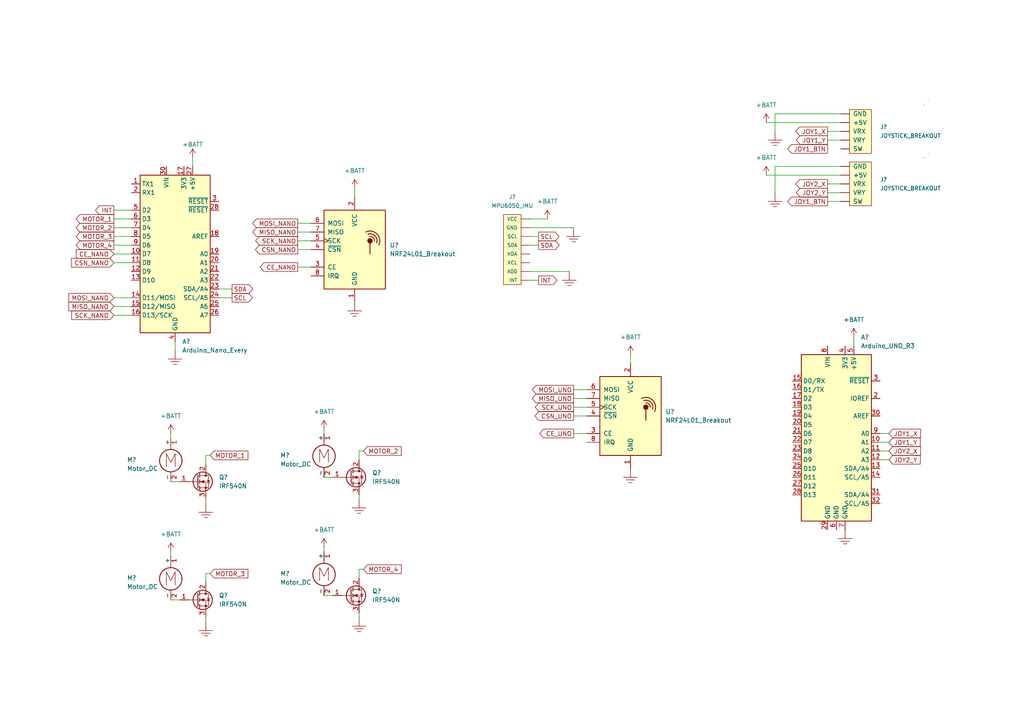
<source format=kicad_sch>
(kicad_sch (version 20211123) (generator eeschema)

  (uuid a6ec2fb0-1559-435d-9e56-b4cf5195de85)

  (paper "A4")

  (lib_symbols
    (symbol "+BATT_1" (power) (pin_names (offset 0)) (in_bom yes) (on_board yes)
      (property "Reference" "#PWR?" (id 0) (at 0 -3.81 0)
        (effects (font (size 1.27 1.27)) hide)
      )
      (property "Value" "+BATT_1" (id 1) (at 0 5.08 0)
        (effects (font (size 1.27 1.27)))
      )
      (property "Footprint" "" (id 2) (at 0 0 0)
        (effects (font (size 1.27 1.27)) hide)
      )
      (property "Datasheet" "" (id 3) (at 0 0 0)
        (effects (font (size 1.27 1.27)) hide)
      )
      (property "ki_keywords" "global power battery" (id 4) (at 0 0 0)
        (effects (font (size 1.27 1.27)) hide)
      )
      (property "ki_description" "Power symbol creates a global label with name \"+BATT\"" (id 5) (at 0 0 0)
        (effects (font (size 1.27 1.27)) hide)
      )
      (symbol "+BATT_1_0_1"
        (polyline
          (pts
            (xy -0.762 1.27)
            (xy 0 2.54)
          )
          (stroke (width 0) (type default) (color 0 0 0 0))
          (fill (type none))
        )
        (polyline
          (pts
            (xy 0 0)
            (xy 0 2.54)
          )
          (stroke (width 0) (type default) (color 0 0 0 0))
          (fill (type none))
        )
        (polyline
          (pts
            (xy 0 2.54)
            (xy 0.762 1.27)
          )
          (stroke (width 0) (type default) (color 0 0 0 0))
          (fill (type none))
        )
      )
      (symbol "+BATT_1_1_1"
        (pin power_in line (at 0 0 90) (length 0) hide
          (name "+BATT" (effects (font (size 1.27 1.27))))
          (number "1" (effects (font (size 1.27 1.27))))
        )
      )
    )
    (symbol "+BATT_2" (power) (pin_names (offset 0)) (in_bom yes) (on_board yes)
      (property "Reference" "#PWR?" (id 0) (at 0 -3.81 0)
        (effects (font (size 1.27 1.27)) hide)
      )
      (property "Value" "+BATT_2" (id 1) (at 0 5.08 0)
        (effects (font (size 1.27 1.27)))
      )
      (property "Footprint" "" (id 2) (at 0 0 0)
        (effects (font (size 1.27 1.27)) hide)
      )
      (property "Datasheet" "" (id 3) (at 0 0 0)
        (effects (font (size 1.27 1.27)) hide)
      )
      (property "ki_keywords" "global power battery" (id 4) (at 0 0 0)
        (effects (font (size 1.27 1.27)) hide)
      )
      (property "ki_description" "Power symbol creates a global label with name \"+BATT\"" (id 5) (at 0 0 0)
        (effects (font (size 1.27 1.27)) hide)
      )
      (symbol "+BATT_2_0_1"
        (polyline
          (pts
            (xy -0.762 1.27)
            (xy 0 2.54)
          )
          (stroke (width 0) (type default) (color 0 0 0 0))
          (fill (type none))
        )
        (polyline
          (pts
            (xy 0 0)
            (xy 0 2.54)
          )
          (stroke (width 0) (type default) (color 0 0 0 0))
          (fill (type none))
        )
        (polyline
          (pts
            (xy 0 2.54)
            (xy 0.762 1.27)
          )
          (stroke (width 0) (type default) (color 0 0 0 0))
          (fill (type none))
        )
      )
      (symbol "+BATT_2_1_1"
        (pin power_in line (at 0 0 90) (length 0) hide
          (name "+BATT" (effects (font (size 1.27 1.27))))
          (number "1" (effects (font (size 1.27 1.27))))
        )
      )
    )
    (symbol "AA_Custom_Components:GND" (power) (pin_numbers hide) (pin_names (offset 1.016) hide) (in_bom yes) (on_board yes)
      (property "Reference" "#GND" (id 0) (at 1.27 -1.27 0)
        (effects (font (size 1.143 1.143)) (justify left bottom) hide)
      )
      (property "Value" "GND" (id 1) (at -2.286 -6.35 0)
        (effects (font (size 1.143 1.143)) (justify left bottom) hide)
      )
      (property "Footprint" "XXX-00000" (id 2) (at 0 2.54 0)
        (effects (font (size 1.524 1.524)) hide)
      )
      (property "Datasheet" "" (id 3) (at 0 -2.54 0)
        (effects (font (size 1.524 1.524)) hide)
      )
      (property "ki_keywords" "PROD_ID:XXX-00000" (id 4) (at 0 0 0)
        (effects (font (size 1.27 1.27)) hide)
      )
      (property "ki_description" "Ground Supply (Earth Ground style) Ground supply with a traditional \"earth ground\" symbol." (id 5) (at 0 0 0)
        (effects (font (size 1.27 1.27)) hide)
      )
      (symbol "GND_1_0"
        (polyline
          (pts
            (xy -2.032 -2.54)
            (xy 2.032 -2.54)
          )
          (stroke (width 0) (type default) (color 0 0 0 0))
          (fill (type none))
        )
        (polyline
          (pts
            (xy -1.27 -3.302)
            (xy 1.27 -3.302)
          )
          (stroke (width 0) (type default) (color 0 0 0 0))
          (fill (type none))
        )
        (polyline
          (pts
            (xy -0.508 -4.064)
            (xy 0.508 -4.064)
          )
          (stroke (width 0) (type default) (color 0 0 0 0))
          (fill (type none))
        )
        (polyline
          (pts
            (xy 0 0)
            (xy 0 -2.54)
          )
          (stroke (width 0) (type default) (color 0 0 0 0))
          (fill (type none))
        )
      )
      (symbol "GND_1_1"
        (pin power_in line (at 0 0 270) (length 0) hide
          (name "GND" (effects (font (size 1.016 1.016))))
          (number "~" (effects (font (size 1.016 1.016))))
        )
      )
    )
    (symbol "AA_Custom_Components:JOYSTICK_BREAKOUT" (pin_numbers hide) (pin_names (offset 1.016)) (in_bom yes) (on_board yes)
      (property "Reference" "J" (id 0) (at 1.27 8.89 0)
        (effects (font (size 1.143 1.143)) (justify bottom))
      )
      (property "Value" "JOYSTICK_BREAKOUT" (id 1) (at 1.27 -10.16 0)
        (effects (font (size 1.143 1.143)) (justify bottom))
      )
      (property "Footprint" "" (id 2) (at 3.81 7.62 0)
        (effects (font (size 0.508 0.508)) hide)
      )
      (property "Datasheet" "" (id 3) (at 3.81 -3.81 0)
        (effects (font (size 1.27 1.27)) hide)
      )
      (property "ki_fp_filters" "*1X04* *1X04_1MM_RA* *1X04_NO_SILK*" (id 4) (at 0 0 0)
        (effects (font (size 1.27 1.27)) hide)
      )
      (symbol "JOYSTICK_BREAKOUT_0_1"
        (rectangle (start -2.54 7.62) (end 3.81 -5.08)
          (stroke (width 0) (type default) (color 0 0 0 0))
          (fill (type background))
        )
        (rectangle (start 19.05 8.89) (end 19.05 8.89)
          (stroke (width 0) (type default) (color 0 0 0 0))
          (fill (type none))
        )
        (rectangle (start 19.05 8.89) (end 19.05 8.89)
          (stroke (width 0) (type default) (color 0 0 0 0))
          (fill (type none))
        )
        (rectangle (start 20.32 10.16) (end 20.32 10.16)
          (stroke (width 0) (type default) (color 0 0 0 0))
          (fill (type none))
        )
      )
      (symbol "JOYSTICK_BREAKOUT_1_1"
        (pin power_in line (at -5.08 3.81 0) (length 2.54)
          (name "+5V" (effects (font (size 1.27 1.27))))
          (number "~" (effects (font (size 1.27 1.27))))
        )
        (pin power_in line (at -5.08 6.35 0) (length 2.54)
          (name "GND" (effects (font (size 1.27 1.27))))
          (number "~" (effects (font (size 1.27 1.27))))
        )
        (pin input line (at -5.08 -3.81 0) (length 2.54)
          (name "SW" (effects (font (size 1.27 1.27))))
          (number "~" (effects (font (size 1.27 1.27))))
        )
        (pin input line (at -5.08 1.27 0) (length 2.54)
          (name "VRX" (effects (font (size 1.27 1.27))))
          (number "~" (effects (font (size 1.27 1.27))))
        )
        (pin input line (at -5.08 -1.27 0) (length 2.54)
          (name "VRY" (effects (font (size 1.27 1.27))))
          (number "~" (effects (font (size 1.27 1.27))))
        )
      )
    )
    (symbol "AA_Custom_Components:MPU6050_IMU" (pin_numbers hide) (pin_names (offset 1.016)) (in_bom yes) (on_board yes)
      (property "Reference" "J" (id 0) (at -1.27 10.16 0)
        (effects (font (size 1.143 1.143)) (justify bottom))
      )
      (property "Value" "MPU6050_IMU" (id 1) (at 0 -15.24 0)
        (effects (font (size 1.143 1.143)) (justify bottom))
      )
      (property "Footprint" "" (id 2) (at 0 11.43 0)
        (effects (font (size 0.508 0.508)) hide)
      )
      (property "Datasheet" "" (id 3) (at 0 0 0)
        (effects (font (size 1.27 1.27)) hide)
      )
      (symbol "MPU6050_IMU_0_1"
        (rectangle (start -3.81 8.89) (end 1.27 -11.43)
          (stroke (width 0) (type default) (color 0 0 0 0))
          (fill (type background))
        )
      )
      (symbol "MPU6050_IMU_1_1"
        (pin input line (at 3.81 -7.62 180) (length 2.54)
          (name "AD0" (effects (font (size 1.016 1.016))))
          (number "1" (effects (font (size 1.016 1.016))))
        )
        (pin input line (at 3.81 -10.16 180) (length 2.54)
          (name "INT" (effects (font (size 1.016 1.016))))
          (number "1" (effects (font (size 1.016 1.016))))
        )
        (pin output line (at 3.81 -5.08 180) (length 2.54)
          (name "XCL" (effects (font (size 1.016 1.016))))
          (number "2" (effects (font (size 1.016 1.016))))
        )
        (pin passive line (at 3.81 0 180) (length 2.54)
          (name "SDA" (effects (font (size 1.016 1.016))))
          (number "3" (effects (font (size 1.016 1.016))))
        )
        (pin passive line (at 3.81 2.54 180) (length 2.54)
          (name "SCL" (effects (font (size 1.016 1.016))))
          (number "4" (effects (font (size 1.016 1.016))))
        )
        (pin power_out line (at 3.81 -2.54 180) (length 2.54)
          (name "XDA" (effects (font (size 1.016 1.016))))
          (number "5" (effects (font (size 1.016 1.016))))
        )
        (pin power_in line (at 3.81 5.08 180) (length 2.54)
          (name "GND" (effects (font (size 1.016 1.016))))
          (number "6" (effects (font (size 1.016 1.016))))
        )
        (pin power_in line (at 3.81 7.62 180) (length 2.54)
          (name "VCC" (effects (font (size 1.016 1.016))))
          (number "7" (effects (font (size 1.016 1.016))))
        )
      )
    )
    (symbol "MCU_Module:Arduino_Nano_Every" (in_bom yes) (on_board yes)
      (property "Reference" "A?" (id 0) (at 2.0194 -25.4 0)
        (effects (font (size 1.27 1.27)) (justify left))
      )
      (property "Value" "Arduino_Nano_Every" (id 1) (at 2.0194 -27.94 0)
        (effects (font (size 1.27 1.27)) (justify left))
      )
      (property "Footprint" "Module:Arduino_Nano" (id 2) (at 0 0 0)
        (effects (font (size 1.27 1.27) italic) hide)
      )
      (property "Datasheet" "https://content.arduino.cc/assets/NANOEveryV3.0_sch.pdf" (id 3) (at 0 0 0)
        (effects (font (size 1.27 1.27)) hide)
      )
      (property "ki_keywords" "Arduino nano microcontroller module USB UPDI AATMega4809 AVR" (id 4) (at 0 0 0)
        (effects (font (size 1.27 1.27)) hide)
      )
      (property "ki_description" "Arduino Nano Every" (id 5) (at 0 0 0)
        (effects (font (size 1.27 1.27)) hide)
      )
      (property "ki_fp_filters" "Arduino*Nano*" (id 6) (at 0 0 0)
        (effects (font (size 1.27 1.27)) hide)
      )
      (symbol "Arduino_Nano_Every_0_1"
        (rectangle (start -10.16 22.86) (end 10.16 -22.86)
          (stroke (width 0.254) (type default) (color 0 0 0 0))
          (fill (type background))
        )
      )
      (symbol "Arduino_Nano_Every_1_1"
        (pin bidirectional line (at -12.7 20.32 0) (length 2.54)
          (name "TX1" (effects (font (size 1.27 1.27))))
          (number "1" (effects (font (size 1.27 1.27))))
        )
        (pin bidirectional line (at -12.7 0 0) (length 2.54)
          (name "D7" (effects (font (size 1.27 1.27))))
          (number "10" (effects (font (size 1.27 1.27))))
        )
        (pin bidirectional line (at -12.7 -2.54 0) (length 2.54)
          (name "D8" (effects (font (size 1.27 1.27))))
          (number "11" (effects (font (size 1.27 1.27))))
        )
        (pin bidirectional line (at -12.7 -5.08 0) (length 2.54)
          (name "D9" (effects (font (size 1.27 1.27))))
          (number "12" (effects (font (size 1.27 1.27))))
        )
        (pin bidirectional line (at -12.7 -7.62 0) (length 2.54)
          (name "D10" (effects (font (size 1.27 1.27))))
          (number "13" (effects (font (size 1.27 1.27))))
        )
        (pin bidirectional line (at -12.7 -12.7 0) (length 2.54)
          (name "D11/MOSI" (effects (font (size 1.27 1.27))))
          (number "14" (effects (font (size 1.27 1.27))))
        )
        (pin bidirectional line (at -12.7 -15.24 0) (length 2.54)
          (name "D12/MISO" (effects (font (size 1.27 1.27))))
          (number "15" (effects (font (size 1.27 1.27))))
        )
        (pin bidirectional line (at -12.7 -17.78 0) (length 2.54)
          (name "D13/SCK" (effects (font (size 1.27 1.27))))
          (number "16" (effects (font (size 1.27 1.27))))
        )
        (pin power_out line (at 2.54 25.4 270) (length 2.54)
          (name "3V3" (effects (font (size 1.27 1.27))))
          (number "17" (effects (font (size 1.27 1.27))))
        )
        (pin input line (at 12.7 5.08 180) (length 2.54)
          (name "AREF" (effects (font (size 1.27 1.27))))
          (number "18" (effects (font (size 1.27 1.27))))
        )
        (pin bidirectional line (at 12.7 0 180) (length 2.54)
          (name "A0" (effects (font (size 1.27 1.27))))
          (number "19" (effects (font (size 1.27 1.27))))
        )
        (pin bidirectional line (at -12.7 17.78 0) (length 2.54)
          (name "RX1" (effects (font (size 1.27 1.27))))
          (number "2" (effects (font (size 1.27 1.27))))
        )
        (pin bidirectional line (at 12.7 -2.54 180) (length 2.54)
          (name "A1" (effects (font (size 1.27 1.27))))
          (number "20" (effects (font (size 1.27 1.27))))
        )
        (pin bidirectional line (at 12.7 -5.08 180) (length 2.54)
          (name "A2" (effects (font (size 1.27 1.27))))
          (number "21" (effects (font (size 1.27 1.27))))
        )
        (pin bidirectional line (at 12.7 -7.62 180) (length 2.54)
          (name "A3" (effects (font (size 1.27 1.27))))
          (number "22" (effects (font (size 1.27 1.27))))
        )
        (pin bidirectional line (at 12.7 -10.16 180) (length 2.54)
          (name "SDA/A4" (effects (font (size 1.27 1.27))))
          (number "23" (effects (font (size 1.27 1.27))))
        )
        (pin bidirectional line (at 12.7 -12.7 180) (length 2.54)
          (name "SCL/A5" (effects (font (size 1.27 1.27))))
          (number "24" (effects (font (size 1.27 1.27))))
        )
        (pin bidirectional line (at 12.7 -15.24 180) (length 2.54)
          (name "A6" (effects (font (size 1.27 1.27))))
          (number "25" (effects (font (size 1.27 1.27))))
        )
        (pin bidirectional line (at 12.7 -17.78 180) (length 2.54)
          (name "A7" (effects (font (size 1.27 1.27))))
          (number "26" (effects (font (size 1.27 1.27))))
        )
        (pin power_out line (at 5.08 25.4 270) (length 2.54)
          (name "+5V" (effects (font (size 1.27 1.27))))
          (number "27" (effects (font (size 1.27 1.27))))
        )
        (pin input line (at 12.7 12.7 180) (length 2.54)
          (name "~{RESET}" (effects (font (size 1.27 1.27))))
          (number "28" (effects (font (size 1.27 1.27))))
        )
        (pin passive line (at 0 -25.4 90) (length 2.54) hide
          (name "GND" (effects (font (size 1.27 1.27))))
          (number "29" (effects (font (size 1.27 1.27))))
        )
        (pin input line (at 12.7 15.24 180) (length 2.54)
          (name "~{RESET}" (effects (font (size 1.27 1.27))))
          (number "3" (effects (font (size 1.27 1.27))))
        )
        (pin power_in line (at -2.54 25.4 270) (length 2.54)
          (name "VIN" (effects (font (size 1.27 1.27))))
          (number "30" (effects (font (size 1.27 1.27))))
        )
        (pin power_in line (at 0 -25.4 90) (length 2.54)
          (name "GND" (effects (font (size 1.27 1.27))))
          (number "4" (effects (font (size 1.27 1.27))))
        )
        (pin bidirectional line (at -12.7 12.7 0) (length 2.54)
          (name "D2" (effects (font (size 1.27 1.27))))
          (number "5" (effects (font (size 1.27 1.27))))
        )
        (pin bidirectional line (at -12.7 10.16 0) (length 2.54)
          (name "D3" (effects (font (size 1.27 1.27))))
          (number "6" (effects (font (size 1.27 1.27))))
        )
        (pin bidirectional line (at -12.7 7.62 0) (length 2.54)
          (name "D4" (effects (font (size 1.27 1.27))))
          (number "7" (effects (font (size 1.27 1.27))))
        )
        (pin bidirectional line (at -12.7 5.08 0) (length 2.54)
          (name "D5" (effects (font (size 1.27 1.27))))
          (number "8" (effects (font (size 1.27 1.27))))
        )
        (pin bidirectional line (at -12.7 2.54 0) (length 2.54)
          (name "D6" (effects (font (size 1.27 1.27))))
          (number "9" (effects (font (size 1.27 1.27))))
        )
      )
    )
    (symbol "MCU_Module:Arduino_UNO_R3" (in_bom yes) (on_board yes)
      (property "Reference" "A" (id 0) (at -10.16 23.495 0)
        (effects (font (size 1.27 1.27)) (justify left bottom))
      )
      (property "Value" "Arduino_UNO_R3" (id 1) (at 5.08 -26.67 0)
        (effects (font (size 1.27 1.27)) (justify left top))
      )
      (property "Footprint" "Module:Arduino_UNO_R3" (id 2) (at 0 0 0)
        (effects (font (size 1.27 1.27) italic) hide)
      )
      (property "Datasheet" "https://www.arduino.cc/en/Main/arduinoBoardUno" (id 3) (at 0 0 0)
        (effects (font (size 1.27 1.27)) hide)
      )
      (property "ki_keywords" "Arduino UNO R3 Microcontroller Module Atmel AVR USB" (id 4) (at 0 0 0)
        (effects (font (size 1.27 1.27)) hide)
      )
      (property "ki_description" "Arduino UNO Microcontroller Module, release 3" (id 5) (at 0 0 0)
        (effects (font (size 1.27 1.27)) hide)
      )
      (property "ki_fp_filters" "Arduino*UNO*R3*" (id 6) (at 0 0 0)
        (effects (font (size 1.27 1.27)) hide)
      )
      (symbol "Arduino_UNO_R3_0_1"
        (rectangle (start -10.16 22.86) (end 10.16 -25.4)
          (stroke (width 0.254) (type default) (color 0 0 0 0))
          (fill (type background))
        )
      )
      (symbol "Arduino_UNO_R3_1_1"
        (pin no_connect line (at -10.16 -20.32 0) (length 2.54) hide
          (name "NC" (effects (font (size 1.27 1.27))))
          (number "1" (effects (font (size 1.27 1.27))))
        )
        (pin bidirectional line (at 12.7 -2.54 180) (length 2.54)
          (name "A1" (effects (font (size 1.27 1.27))))
          (number "10" (effects (font (size 1.27 1.27))))
        )
        (pin bidirectional line (at 12.7 -5.08 180) (length 2.54)
          (name "A2" (effects (font (size 1.27 1.27))))
          (number "11" (effects (font (size 1.27 1.27))))
        )
        (pin bidirectional line (at 12.7 -7.62 180) (length 2.54)
          (name "A3" (effects (font (size 1.27 1.27))))
          (number "12" (effects (font (size 1.27 1.27))))
        )
        (pin bidirectional line (at 12.7 -10.16 180) (length 2.54)
          (name "SDA/A4" (effects (font (size 1.27 1.27))))
          (number "13" (effects (font (size 1.27 1.27))))
        )
        (pin bidirectional line (at 12.7 -12.7 180) (length 2.54)
          (name "SCL/A5" (effects (font (size 1.27 1.27))))
          (number "14" (effects (font (size 1.27 1.27))))
        )
        (pin bidirectional line (at -12.7 15.24 0) (length 2.54)
          (name "D0/RX" (effects (font (size 1.27 1.27))))
          (number "15" (effects (font (size 1.27 1.27))))
        )
        (pin bidirectional line (at -12.7 12.7 0) (length 2.54)
          (name "D1/TX" (effects (font (size 1.27 1.27))))
          (number "16" (effects (font (size 1.27 1.27))))
        )
        (pin bidirectional line (at -12.7 10.16 0) (length 2.54)
          (name "D2" (effects (font (size 1.27 1.27))))
          (number "17" (effects (font (size 1.27 1.27))))
        )
        (pin bidirectional line (at -12.7 7.62 0) (length 2.54)
          (name "D3" (effects (font (size 1.27 1.27))))
          (number "18" (effects (font (size 1.27 1.27))))
        )
        (pin bidirectional line (at -12.7 5.08 0) (length 2.54)
          (name "D4" (effects (font (size 1.27 1.27))))
          (number "19" (effects (font (size 1.27 1.27))))
        )
        (pin output line (at 12.7 10.16 180) (length 2.54)
          (name "IOREF" (effects (font (size 1.27 1.27))))
          (number "2" (effects (font (size 1.27 1.27))))
        )
        (pin bidirectional line (at -12.7 2.54 0) (length 2.54)
          (name "D5" (effects (font (size 1.27 1.27))))
          (number "20" (effects (font (size 1.27 1.27))))
        )
        (pin bidirectional line (at -12.7 0 0) (length 2.54)
          (name "D6" (effects (font (size 1.27 1.27))))
          (number "21" (effects (font (size 1.27 1.27))))
        )
        (pin bidirectional line (at -12.7 -2.54 0) (length 2.54)
          (name "D7" (effects (font (size 1.27 1.27))))
          (number "22" (effects (font (size 1.27 1.27))))
        )
        (pin bidirectional line (at -12.7 -5.08 0) (length 2.54)
          (name "D8" (effects (font (size 1.27 1.27))))
          (number "23" (effects (font (size 1.27 1.27))))
        )
        (pin bidirectional line (at -12.7 -7.62 0) (length 2.54)
          (name "D9" (effects (font (size 1.27 1.27))))
          (number "24" (effects (font (size 1.27 1.27))))
        )
        (pin bidirectional line (at -12.7 -10.16 0) (length 2.54)
          (name "D10" (effects (font (size 1.27 1.27))))
          (number "25" (effects (font (size 1.27 1.27))))
        )
        (pin bidirectional line (at -12.7 -12.7 0) (length 2.54)
          (name "D11" (effects (font (size 1.27 1.27))))
          (number "26" (effects (font (size 1.27 1.27))))
        )
        (pin bidirectional line (at -12.7 -15.24 0) (length 2.54)
          (name "D12" (effects (font (size 1.27 1.27))))
          (number "27" (effects (font (size 1.27 1.27))))
        )
        (pin bidirectional line (at -12.7 -17.78 0) (length 2.54)
          (name "D13" (effects (font (size 1.27 1.27))))
          (number "28" (effects (font (size 1.27 1.27))))
        )
        (pin power_in line (at -2.54 -27.94 90) (length 2.54)
          (name "GND" (effects (font (size 1.27 1.27))))
          (number "29" (effects (font (size 1.27 1.27))))
        )
        (pin input line (at 12.7 15.24 180) (length 2.54)
          (name "~{RESET}" (effects (font (size 1.27 1.27))))
          (number "3" (effects (font (size 1.27 1.27))))
        )
        (pin input line (at 12.7 5.08 180) (length 2.54)
          (name "AREF" (effects (font (size 1.27 1.27))))
          (number "30" (effects (font (size 1.27 1.27))))
        )
        (pin bidirectional line (at 12.7 -17.78 180) (length 2.54)
          (name "SDA/A4" (effects (font (size 1.27 1.27))))
          (number "31" (effects (font (size 1.27 1.27))))
        )
        (pin bidirectional line (at 12.7 -20.32 180) (length 2.54)
          (name "SCL/A5" (effects (font (size 1.27 1.27))))
          (number "32" (effects (font (size 1.27 1.27))))
        )
        (pin power_out line (at 2.54 25.4 270) (length 2.54)
          (name "3V3" (effects (font (size 1.27 1.27))))
          (number "4" (effects (font (size 1.27 1.27))))
        )
        (pin power_out line (at 5.08 25.4 270) (length 2.54)
          (name "+5V" (effects (font (size 1.27 1.27))))
          (number "5" (effects (font (size 1.27 1.27))))
        )
        (pin power_in line (at 0 -27.94 90) (length 2.54)
          (name "GND" (effects (font (size 1.27 1.27))))
          (number "6" (effects (font (size 1.27 1.27))))
        )
        (pin power_in line (at 2.54 -27.94 90) (length 2.54)
          (name "GND" (effects (font (size 1.27 1.27))))
          (number "7" (effects (font (size 1.27 1.27))))
        )
        (pin power_in line (at -2.54 25.4 270) (length 2.54)
          (name "VIN" (effects (font (size 1.27 1.27))))
          (number "8" (effects (font (size 1.27 1.27))))
        )
        (pin bidirectional line (at 12.7 0 180) (length 2.54)
          (name "A0" (effects (font (size 1.27 1.27))))
          (number "9" (effects (font (size 1.27 1.27))))
        )
      )
    )
    (symbol "Motor_DC_1" (pin_names (offset 0)) (in_bom yes) (on_board yes)
      (property "Reference" "M?" (id 0) (at -12.7 -1.2699 0)
        (effects (font (size 1.27 1.27)) (justify left))
      )
      (property "Value" "Motor_DC_1" (id 1) (at -12.7 -3.8099 0)
        (effects (font (size 1.27 1.27)) (justify left))
      )
      (property "Footprint" "" (id 2) (at 0 -2.286 0)
        (effects (font (size 1.27 1.27)) hide)
      )
      (property "Datasheet" "~" (id 3) (at 0 -2.286 0)
        (effects (font (size 1.27 1.27)) hide)
      )
      (property "ki_keywords" "DC Motor" (id 4) (at 0 0 0)
        (effects (font (size 1.27 1.27)) hide)
      )
      (property "ki_description" "DC Motor" (id 5) (at 0 0 0)
        (effects (font (size 1.27 1.27)) hide)
      )
      (property "ki_fp_filters" "PinHeader*P2.54mm* TerminalBlock*" (id 6) (at 0 0 0)
        (effects (font (size 1.27 1.27)) hide)
      )
      (symbol "Motor_DC_1_0_0"
        (polyline
          (pts
            (xy -1.27 -3.302)
            (xy -1.27 0.508)
            (xy 0 -2.032)
            (xy 1.27 0.508)
            (xy 1.27 -3.302)
          )
          (stroke (width 0) (type default) (color 0 0 0 0))
          (fill (type none))
        )
      )
      (symbol "Motor_DC_1_0_1"
        (circle (center 0 -1.524) (radius 3.2512)
          (stroke (width 0.254) (type default) (color 0 0 0 0))
          (fill (type none))
        )
        (polyline
          (pts
            (xy 0 -7.62)
            (xy 0 -7.112)
          )
          (stroke (width 0) (type default) (color 0 0 0 0))
          (fill (type none))
        )
        (polyline
          (pts
            (xy 0 -4.7752)
            (xy 0 -5.1816)
          )
          (stroke (width 0) (type default) (color 0 0 0 0))
          (fill (type none))
        )
        (polyline
          (pts
            (xy 0 1.7272)
            (xy 0 2.0828)
          )
          (stroke (width 0) (type default) (color 0 0 0 0))
          (fill (type none))
        )
        (polyline
          (pts
            (xy 0 2.032)
            (xy 0 2.54)
          )
          (stroke (width 0) (type default) (color 0 0 0 0))
          (fill (type none))
        )
      )
      (symbol "Motor_DC_1_1_1"
        (pin passive line (at 0 5.08 270) (length 2.54)
          (name "+" (effects (font (size 1.27 1.27))))
          (number "1" (effects (font (size 1.27 1.27))))
        )
        (pin passive line (at 0 -7.62 90) (length 2.54)
          (name "-" (effects (font (size 1.27 1.27))))
          (number "2" (effects (font (size 1.27 1.27))))
        )
      )
    )
    (symbol "RF:NRF24L01_Breakout" (pin_names (offset 1.016)) (in_bom yes) (on_board yes)
      (property "Reference" "U" (id 0) (at -8.89 12.7 0)
        (effects (font (size 1.27 1.27)) (justify left))
      )
      (property "Value" "NRF24L01_Breakout" (id 1) (at 3.81 12.7 0)
        (effects (font (size 1.27 1.27)) (justify left))
      )
      (property "Footprint" "RF_Module:nRF24L01_Breakout" (id 2) (at 3.81 15.24 0)
        (effects (font (size 1.27 1.27) italic) (justify left) hide)
      )
      (property "Datasheet" "http://www.nordicsemi.com/eng/content/download/2730/34105/file/nRF24L01_Product_Specification_v2_0.pdf" (id 3) (at 0 -2.54 0)
        (effects (font (size 1.27 1.27)) hide)
      )
      (property "ki_keywords" "Low Power RF Transceiver breakout carrier" (id 4) (at 0 0 0)
        (effects (font (size 1.27 1.27)) hide)
      )
      (property "ki_description" "Ultra low power 2.4GHz RF Transceiver, Carrier PCB" (id 5) (at 0 0 0)
        (effects (font (size 1.27 1.27)) hide)
      )
      (property "ki_fp_filters" "nRF24L01*Breakout*" (id 6) (at 0 0 0)
        (effects (font (size 1.27 1.27)) hide)
      )
      (symbol "NRF24L01_Breakout_0_1"
        (rectangle (start -8.89 11.43) (end 8.89 -11.43)
          (stroke (width 0.254) (type default) (color 0 0 0 0))
          (fill (type background))
        )
        (polyline
          (pts
            (xy 4.445 1.905)
            (xy 4.445 -1.27)
          )
          (stroke (width 0.254) (type default) (color 0 0 0 0))
          (fill (type none))
        )
        (circle (center 4.445 2.54) (radius 0.635)
          (stroke (width 0.254) (type default) (color 0 0 0 0))
          (fill (type outline))
        )
        (arc (start 5.715 2.54) (mid 5.3521 3.4546) (end 4.445 3.81)
          (stroke (width 0.254) (type default) (color 0 0 0 0))
          (fill (type none))
        )
        (arc (start 6.35 1.905) (mid 5.8763 3.9854) (end 3.81 4.445)
          (stroke (width 0.254) (type default) (color 0 0 0 0))
          (fill (type none))
        )
        (arc (start 6.985 1.27) (mid 6.453 4.548) (end 3.175 5.08)
          (stroke (width 0.254) (type default) (color 0 0 0 0))
          (fill (type none))
        )
      )
      (symbol "NRF24L01_Breakout_1_1"
        (pin power_in line (at 0 -15.24 90) (length 3.81)
          (name "GND" (effects (font (size 1.27 1.27))))
          (number "1" (effects (font (size 1.27 1.27))))
        )
        (pin power_in line (at 0 15.24 270) (length 3.81)
          (name "VCC" (effects (font (size 1.27 1.27))))
          (number "2" (effects (font (size 1.27 1.27))))
        )
        (pin input line (at -12.7 -5.08 0) (length 3.81)
          (name "CE" (effects (font (size 1.27 1.27))))
          (number "3" (effects (font (size 1.27 1.27))))
        )
        (pin input line (at -12.7 0 0) (length 3.81)
          (name "~{CSN}" (effects (font (size 1.27 1.27))))
          (number "4" (effects (font (size 1.27 1.27))))
        )
        (pin input clock (at -12.7 2.54 0) (length 3.81)
          (name "SCK" (effects (font (size 1.27 1.27))))
          (number "5" (effects (font (size 1.27 1.27))))
        )
        (pin input line (at -12.7 7.62 0) (length 3.81)
          (name "MOSI" (effects (font (size 1.27 1.27))))
          (number "6" (effects (font (size 1.27 1.27))))
        )
        (pin output line (at -12.7 5.08 0) (length 3.81)
          (name "MISO" (effects (font (size 1.27 1.27))))
          (number "7" (effects (font (size 1.27 1.27))))
        )
        (pin output line (at -12.7 -7.62 0) (length 3.81)
          (name "IRQ" (effects (font (size 1.27 1.27))))
          (number "8" (effects (font (size 1.27 1.27))))
        )
      )
    )
    (symbol "Transistor_FET:IRF540N" (pin_names hide) (in_bom yes) (on_board yes)
      (property "Reference" "Q" (id 0) (at 6.35 1.905 0)
        (effects (font (size 1.27 1.27)) (justify left))
      )
      (property "Value" "IRF540N" (id 1) (at 6.35 0 0)
        (effects (font (size 1.27 1.27)) (justify left))
      )
      (property "Footprint" "Package_TO_SOT_THT:TO-220-3_Vertical" (id 2) (at 6.35 -1.905 0)
        (effects (font (size 1.27 1.27) italic) (justify left) hide)
      )
      (property "Datasheet" "http://www.irf.com/product-info/datasheets/data/irf540n.pdf" (id 3) (at 0 0 0)
        (effects (font (size 1.27 1.27)) (justify left) hide)
      )
      (property "ki_keywords" "HEXFET N-Channel MOSFET" (id 4) (at 0 0 0)
        (effects (font (size 1.27 1.27)) hide)
      )
      (property "ki_description" "33A Id, 100V Vds, HEXFET N-Channel MOSFET, TO-220" (id 5) (at 0 0 0)
        (effects (font (size 1.27 1.27)) hide)
      )
      (property "ki_fp_filters" "TO?220*" (id 6) (at 0 0 0)
        (effects (font (size 1.27 1.27)) hide)
      )
      (symbol "IRF540N_0_1"
        (polyline
          (pts
            (xy 0.254 0)
            (xy -2.54 0)
          )
          (stroke (width 0) (type default) (color 0 0 0 0))
          (fill (type none))
        )
        (polyline
          (pts
            (xy 0.254 1.905)
            (xy 0.254 -1.905)
          )
          (stroke (width 0.254) (type default) (color 0 0 0 0))
          (fill (type none))
        )
        (polyline
          (pts
            (xy 0.762 -1.27)
            (xy 0.762 -2.286)
          )
          (stroke (width 0.254) (type default) (color 0 0 0 0))
          (fill (type none))
        )
        (polyline
          (pts
            (xy 0.762 0.508)
            (xy 0.762 -0.508)
          )
          (stroke (width 0.254) (type default) (color 0 0 0 0))
          (fill (type none))
        )
        (polyline
          (pts
            (xy 0.762 2.286)
            (xy 0.762 1.27)
          )
          (stroke (width 0.254) (type default) (color 0 0 0 0))
          (fill (type none))
        )
        (polyline
          (pts
            (xy 2.54 2.54)
            (xy 2.54 1.778)
          )
          (stroke (width 0) (type default) (color 0 0 0 0))
          (fill (type none))
        )
        (polyline
          (pts
            (xy 2.54 -2.54)
            (xy 2.54 0)
            (xy 0.762 0)
          )
          (stroke (width 0) (type default) (color 0 0 0 0))
          (fill (type none))
        )
        (polyline
          (pts
            (xy 0.762 -1.778)
            (xy 3.302 -1.778)
            (xy 3.302 1.778)
            (xy 0.762 1.778)
          )
          (stroke (width 0) (type default) (color 0 0 0 0))
          (fill (type none))
        )
        (polyline
          (pts
            (xy 1.016 0)
            (xy 2.032 0.381)
            (xy 2.032 -0.381)
            (xy 1.016 0)
          )
          (stroke (width 0) (type default) (color 0 0 0 0))
          (fill (type outline))
        )
        (polyline
          (pts
            (xy 2.794 0.508)
            (xy 2.921 0.381)
            (xy 3.683 0.381)
            (xy 3.81 0.254)
          )
          (stroke (width 0) (type default) (color 0 0 0 0))
          (fill (type none))
        )
        (polyline
          (pts
            (xy 3.302 0.381)
            (xy 2.921 -0.254)
            (xy 3.683 -0.254)
            (xy 3.302 0.381)
          )
          (stroke (width 0) (type default) (color 0 0 0 0))
          (fill (type none))
        )
        (circle (center 1.651 0) (radius 2.794)
          (stroke (width 0.254) (type default) (color 0 0 0 0))
          (fill (type none))
        )
        (circle (center 2.54 -1.778) (radius 0.254)
          (stroke (width 0) (type default) (color 0 0 0 0))
          (fill (type outline))
        )
        (circle (center 2.54 1.778) (radius 0.254)
          (stroke (width 0) (type default) (color 0 0 0 0))
          (fill (type outline))
        )
      )
      (symbol "IRF540N_1_1"
        (pin input line (at -5.08 0 0) (length 2.54)
          (name "G" (effects (font (size 1.27 1.27))))
          (number "1" (effects (font (size 1.27 1.27))))
        )
        (pin passive line (at 2.54 5.08 270) (length 2.54)
          (name "D" (effects (font (size 1.27 1.27))))
          (number "2" (effects (font (size 1.27 1.27))))
        )
        (pin passive line (at 2.54 -5.08 90) (length 2.54)
          (name "S" (effects (font (size 1.27 1.27))))
          (number "3" (effects (font (size 1.27 1.27))))
        )
      )
    )
  )


  (wire (pts (xy 224.79 38.1) (xy 224.79 33.02))
    (stroke (width 0) (type default) (color 0 0 0 0))
    (uuid 00ed0b96-7e9b-4306-a8f7-c1dfe30e32e7)
  )
  (wire (pts (xy 33.02 91.44) (xy 38.1 91.44))
    (stroke (width 0) (type default) (color 0 0 0 0))
    (uuid 02ecb6ef-3d10-4218-9a77-c9a42f6b2f29)
  )
  (wire (pts (xy 153.67 71.12) (xy 156.21 71.12))
    (stroke (width 0) (type default) (color 0 0 0 0))
    (uuid 035e74f3-fa82-4fa5-8ca9-500396da810f)
  )
  (wire (pts (xy 33.02 63.5) (xy 38.1 63.5))
    (stroke (width 0) (type default) (color 0 0 0 0))
    (uuid 03f14120-71f0-4288-bd47-17b701e1a9ae)
  )
  (wire (pts (xy 255.27 133.35) (xy 257.81 133.35))
    (stroke (width 0) (type default) (color 0 0 0 0))
    (uuid 0d352667-60e3-4862-9dcb-d4b5497135a5)
  )
  (wire (pts (xy 240.03 53.34) (xy 243.84 53.34))
    (stroke (width 0) (type default) (color 0 0 0 0))
    (uuid 0ded5543-a4fc-4532-a77c-5f338def4009)
  )
  (wire (pts (xy 86.36 67.31) (xy 90.17 67.31))
    (stroke (width 0) (type default) (color 0 0 0 0))
    (uuid 12f254f5-f0ff-4a9c-944e-e6981c92ae60)
  )
  (wire (pts (xy 222.25 35.56) (xy 243.84 35.56))
    (stroke (width 0) (type default) (color 0 0 0 0))
    (uuid 14afaf87-28be-4e77-a025-964c38c40918)
  )
  (wire (pts (xy 240.03 40.64) (xy 243.84 40.64))
    (stroke (width 0) (type default) (color 0 0 0 0))
    (uuid 188ab6e3-ee7e-4b19-b9f4-5fad4b3253dd)
  )
  (wire (pts (xy 86.36 64.77) (xy 90.17 64.77))
    (stroke (width 0) (type default) (color 0 0 0 0))
    (uuid 22fcfe77-0b4a-47e2-bc7e-10b0e3579a7a)
  )
  (wire (pts (xy 59.69 179.07) (xy 59.69 180.34))
    (stroke (width 0) (type default) (color 0 0 0 0))
    (uuid 27e3e912-7a91-40e3-8c59-8bbd0e2fff32)
  )
  (wire (pts (xy 104.14 165.1) (xy 104.14 167.64))
    (stroke (width 0) (type default) (color 0 0 0 0))
    (uuid 287bed49-8a06-4de1-bc8b-11526cd11891)
  )
  (wire (pts (xy 166.37 113.03) (xy 170.18 113.03))
    (stroke (width 0) (type default) (color 0 0 0 0))
    (uuid 2bf391a8-3e89-4078-9d8f-87eea78386f8)
  )
  (wire (pts (xy 33.02 68.58) (xy 38.1 68.58))
    (stroke (width 0) (type default) (color 0 0 0 0))
    (uuid 2c09d768-b3f8-4230-8c7d-d710601bff1c)
  )
  (wire (pts (xy 86.36 77.47) (xy 90.17 77.47))
    (stroke (width 0) (type default) (color 0 0 0 0))
    (uuid 3366ae0d-27d4-48b4-b14e-a86ffe9035e4)
  )
  (wire (pts (xy 33.02 86.36) (xy 38.1 86.36))
    (stroke (width 0) (type default) (color 0 0 0 0))
    (uuid 35ebe3e6-042d-4532-aac1-4a99d993674d)
  )
  (wire (pts (xy 63.5 83.82) (xy 67.31 83.82))
    (stroke (width 0) (type default) (color 0 0 0 0))
    (uuid 37f47363-5b43-4d6a-8f05-ed7d68bba9f7)
  )
  (wire (pts (xy 33.02 60.96) (xy 38.1 60.96))
    (stroke (width 0) (type default) (color 0 0 0 0))
    (uuid 390655a1-f00e-46bb-ac40-700bee1a8530)
  )
  (wire (pts (xy 55.88 45.72) (xy 55.88 48.26))
    (stroke (width 0) (type default) (color 0 0 0 0))
    (uuid 39a97176-6894-4d1e-bd05-e4a11ebaf8a1)
  )
  (wire (pts (xy 255.27 125.73) (xy 257.81 125.73))
    (stroke (width 0) (type default) (color 0 0 0 0))
    (uuid 3b6b69e4-fba3-424b-afe7-28176a48a56b)
  )
  (wire (pts (xy 224.79 33.02) (xy 243.84 33.02))
    (stroke (width 0) (type default) (color 0 0 0 0))
    (uuid 3c3a5b45-3d67-49b4-aa6b-cb6a043109dd)
  )
  (wire (pts (xy 224.79 55.88) (xy 224.79 48.26))
    (stroke (width 0) (type default) (color 0 0 0 0))
    (uuid 477ecde9-ed97-488d-9f2b-bf524da050e2)
  )
  (wire (pts (xy 49.53 173.99) (xy 52.07 173.99))
    (stroke (width 0) (type default) (color 0 0 0 0))
    (uuid 482cf21e-6d19-4bba-9d1e-68ced0a5c965)
  )
  (wire (pts (xy 33.02 88.9) (xy 38.1 88.9))
    (stroke (width 0) (type default) (color 0 0 0 0))
    (uuid 4a73e98e-bf0e-4692-9ca4-bf326d8fb252)
  )
  (wire (pts (xy 153.67 81.28) (xy 156.21 81.28))
    (stroke (width 0) (type default) (color 0 0 0 0))
    (uuid 4c0b4757-e9b7-4bfa-90a6-64bdb8c226bf)
  )
  (wire (pts (xy 153.67 78.74) (xy 165.1 78.74))
    (stroke (width 0) (type default) (color 0 0 0 0))
    (uuid 50927274-b5b4-468e-b007-810ddb86894d)
  )
  (wire (pts (xy 166.37 125.73) (xy 170.18 125.73))
    (stroke (width 0) (type default) (color 0 0 0 0))
    (uuid 50f32a30-d3c5-47ea-b8d7-578b24787238)
  )
  (wire (pts (xy 86.36 72.39) (xy 90.17 72.39))
    (stroke (width 0) (type default) (color 0 0 0 0))
    (uuid 51ec75b8-8e7b-4a30-8235-b218d33808c9)
  )
  (wire (pts (xy 153.67 63.5) (xy 158.75 63.5))
    (stroke (width 0) (type default) (color 0 0 0 0))
    (uuid 59162ae0-8ce3-4594-80eb-fdd7c8a123a3)
  )
  (wire (pts (xy 93.98 124.46) (xy 93.98 125.73))
    (stroke (width 0) (type default) (color 0 0 0 0))
    (uuid 61df1c37-ce21-434e-8605-627a4d420128)
  )
  (wire (pts (xy 33.02 73.66) (xy 38.1 73.66))
    (stroke (width 0) (type default) (color 0 0 0 0))
    (uuid 6ceb58e7-4136-4277-b0ed-587b50750c66)
  )
  (wire (pts (xy 49.53 160.02) (xy 49.53 161.29))
    (stroke (width 0) (type default) (color 0 0 0 0))
    (uuid 6d071d64-06c9-44f9-8389-a739abfe3905)
  )
  (wire (pts (xy 222.25 50.8) (xy 243.84 50.8))
    (stroke (width 0) (type default) (color 0 0 0 0))
    (uuid 7207b0da-816f-4cff-9deb-6a7d4cccc798)
  )
  (wire (pts (xy 59.69 166.37) (xy 59.69 168.91))
    (stroke (width 0) (type default) (color 0 0 0 0))
    (uuid 73fb1faa-97c3-4982-b68d-c9d0adc8f7d3)
  )
  (wire (pts (xy 49.53 139.7) (xy 52.07 139.7))
    (stroke (width 0) (type default) (color 0 0 0 0))
    (uuid 78bdbf11-6495-476e-8f4f-bdd1b3577794)
  )
  (wire (pts (xy 240.03 55.88) (xy 243.84 55.88))
    (stroke (width 0) (type default) (color 0 0 0 0))
    (uuid 811328cd-d002-422c-bfe7-a72505c8a7db)
  )
  (wire (pts (xy 105.41 165.1) (xy 104.14 165.1))
    (stroke (width 0) (type default) (color 0 0 0 0))
    (uuid 819e45a8-cdee-4911-afe7-48ce5a544fb2)
  )
  (wire (pts (xy 255.27 130.81) (xy 257.81 130.81))
    (stroke (width 0) (type default) (color 0 0 0 0))
    (uuid 8385b487-758b-4d46-ad6a-f1c442573e60)
  )
  (wire (pts (xy 166.37 120.65) (xy 170.18 120.65))
    (stroke (width 0) (type default) (color 0 0 0 0))
    (uuid 85694316-4309-4b91-8213-f10e5f98b4c3)
  )
  (wire (pts (xy 105.41 130.81) (xy 104.14 130.81))
    (stroke (width 0) (type default) (color 0 0 0 0))
    (uuid 8bced0a7-c3a1-4eef-9f1e-c6f9ade9938c)
  )
  (wire (pts (xy 33.02 76.2) (xy 38.1 76.2))
    (stroke (width 0) (type default) (color 0 0 0 0))
    (uuid 990bf904-9a8b-4270-acdc-cb3341c7c85a)
  )
  (wire (pts (xy 50.8 99.06) (xy 50.8 101.6))
    (stroke (width 0) (type default) (color 0 0 0 0))
    (uuid 99f138b0-82de-4ae6-9cd7-030d238e9aa7)
  )
  (wire (pts (xy 86.36 69.85) (xy 90.17 69.85))
    (stroke (width 0) (type default) (color 0 0 0 0))
    (uuid a25e4dad-cec3-4ae0-839e-824d65da88d3)
  )
  (wire (pts (xy 49.53 125.73) (xy 49.53 127))
    (stroke (width 0) (type default) (color 0 0 0 0))
    (uuid a79c057d-edc0-4982-a0c7-4a5f41e95dc8)
  )
  (wire (pts (xy 240.03 58.42) (xy 243.84 58.42))
    (stroke (width 0) (type default) (color 0 0 0 0))
    (uuid a805846f-f157-4b20-8d7e-6ced3553f3c0)
  )
  (wire (pts (xy 63.5 86.36) (xy 67.31 86.36))
    (stroke (width 0) (type default) (color 0 0 0 0))
    (uuid a95e549f-b4e8-440b-9478-456a93ece41f)
  )
  (wire (pts (xy 93.98 138.43) (xy 96.52 138.43))
    (stroke (width 0) (type default) (color 0 0 0 0))
    (uuid aa01e629-8f02-4894-8d51-762c2ec969da)
  )
  (wire (pts (xy 60.96 132.08) (xy 59.69 132.08))
    (stroke (width 0) (type default) (color 0 0 0 0))
    (uuid aa9c57bb-5455-4223-beaa-57862f5b5db6)
  )
  (wire (pts (xy 182.88 102.87) (xy 182.88 105.41))
    (stroke (width 0) (type default) (color 0 0 0 0))
    (uuid ab0ce921-9bc0-4bec-b6f6-bdd219185b5a)
  )
  (wire (pts (xy 240.03 38.1) (xy 243.84 38.1))
    (stroke (width 0) (type default) (color 0 0 0 0))
    (uuid b0fdf92a-4c3e-4391-9ac6-46a67fb6d78f)
  )
  (wire (pts (xy 153.67 66.04) (xy 166.37 66.04))
    (stroke (width 0) (type default) (color 0 0 0 0))
    (uuid b37343c8-7fb9-40a7-9c3d-1d6d60e62f84)
  )
  (wire (pts (xy 104.14 143.51) (xy 104.14 144.78))
    (stroke (width 0) (type default) (color 0 0 0 0))
    (uuid b4aaa668-99f8-4b69-84c8-9da435c098dc)
  )
  (wire (pts (xy 104.14 130.81) (xy 104.14 133.35))
    (stroke (width 0) (type default) (color 0 0 0 0))
    (uuid b9faafeb-8986-44da-a415-b396202e0654)
  )
  (wire (pts (xy 166.37 118.11) (xy 170.18 118.11))
    (stroke (width 0) (type default) (color 0 0 0 0))
    (uuid ba6c8be3-96a0-4d05-ac5e-e68508fd382a)
  )
  (wire (pts (xy 102.87 54.61) (xy 102.87 57.15))
    (stroke (width 0) (type default) (color 0 0 0 0))
    (uuid bed8cbc9-78dd-4c9b-92d7-60c73bd799fe)
  )
  (wire (pts (xy 247.65 97.79) (xy 247.65 100.33))
    (stroke (width 0) (type default) (color 0 0 0 0))
    (uuid c44a0060-631e-4543-a9d6-2b07799bafeb)
  )
  (wire (pts (xy 166.37 115.57) (xy 170.18 115.57))
    (stroke (width 0) (type default) (color 0 0 0 0))
    (uuid c8ec69f7-0afb-4265-825f-8d850b06dc94)
  )
  (wire (pts (xy 59.69 132.08) (xy 59.69 134.62))
    (stroke (width 0) (type default) (color 0 0 0 0))
    (uuid d8d05b85-fa38-4cc1-8b30-5ab7931c5e5a)
  )
  (wire (pts (xy 153.67 68.58) (xy 156.21 68.58))
    (stroke (width 0) (type default) (color 0 0 0 0))
    (uuid de31b291-257a-497c-91de-23912ed28977)
  )
  (wire (pts (xy 93.98 172.72) (xy 96.52 172.72))
    (stroke (width 0) (type default) (color 0 0 0 0))
    (uuid df310f7d-fa22-4726-9d33-c8eb0c7f7de5)
  )
  (wire (pts (xy 33.02 71.12) (xy 38.1 71.12))
    (stroke (width 0) (type default) (color 0 0 0 0))
    (uuid df35e9e7-3574-44a1-b19e-d3483d7aed5f)
  )
  (wire (pts (xy 33.02 66.04) (xy 38.1 66.04))
    (stroke (width 0) (type default) (color 0 0 0 0))
    (uuid e6e3efee-277e-4e1d-b27a-ef56eb84e1b1)
  )
  (wire (pts (xy 93.98 158.75) (xy 93.98 160.02))
    (stroke (width 0) (type default) (color 0 0 0 0))
    (uuid ea3f7464-69e5-4413-a2d8-0657298e64fa)
  )
  (wire (pts (xy 104.14 177.8) (xy 104.14 179.07))
    (stroke (width 0) (type default) (color 0 0 0 0))
    (uuid ec64b03c-40cb-4a19-bcb7-3aabf1e5ae2b)
  )
  (wire (pts (xy 60.96 166.37) (xy 59.69 166.37))
    (stroke (width 0) (type default) (color 0 0 0 0))
    (uuid ef85ae81-0c2c-43eb-9d73-79746f5c4b83)
  )
  (wire (pts (xy 224.79 48.26) (xy 243.84 48.26))
    (stroke (width 0) (type default) (color 0 0 0 0))
    (uuid f3e8fa92-3e6a-4f75-a7b9-4061dd74540b)
  )
  (wire (pts (xy 255.27 128.27) (xy 257.81 128.27))
    (stroke (width 0) (type default) (color 0 0 0 0))
    (uuid f59471da-2ff4-46c2-8374-ddf003b64e3a)
  )
  (wire (pts (xy 59.69 144.78) (xy 59.69 146.05))
    (stroke (width 0) (type default) (color 0 0 0 0))
    (uuid fba330f6-8a2d-48cf-9d88-1924a55f5cc4)
  )

  (global_label "CSN_NANO" (shape output) (at 86.36 72.39 180) (fields_autoplaced)
    (effects (font (size 1.27 1.27)) (justify right))
    (uuid 03e520cb-b399-49f2-9014-908f233d959b)
    (property "Intersheet References" "${INTERSHEET_REFS}" (id 0) (at 74.0893 72.3106 0)
      (effects (font (size 1.27 1.27)) (justify right) hide)
    )
  )
  (global_label "INT" (shape output) (at 33.02 60.96 180) (fields_autoplaced)
    (effects (font (size 1.27 1.27)) (justify right))
    (uuid 04f8d9cb-5b32-4b9d-b214-f03166f20f4f)
    (property "Intersheet References" "${INTERSHEET_REFS}" (id 0) (at 27.704 60.8806 0)
      (effects (font (size 1.27 1.27)) (justify right) hide)
    )
  )
  (global_label "SDA" (shape output) (at 156.21 71.12 0) (fields_autoplaced)
    (effects (font (size 1.27 1.27)) (justify left))
    (uuid 0bf9b893-bb09-4b07-a028-281c54f1c90a)
    (property "Intersheet References" "${INTERSHEET_REFS}" (id 0) (at 162.1912 71.0406 0)
      (effects (font (size 1.27 1.27)) (justify left) hide)
    )
  )
  (global_label "CE_UNO" (shape output) (at 166.37 125.73 180) (fields_autoplaced)
    (effects (font (size 1.27 1.27)) (justify right))
    (uuid 16a6381a-1e8a-4f66-8e4b-01d37a14c381)
    (property "Intersheet References" "${INTERSHEET_REFS}" (id 0) (at 156.5788 125.6506 0)
      (effects (font (size 1.27 1.27)) (justify right) hide)
    )
  )
  (global_label "JOY1_X" (shape input) (at 257.81 125.73 0) (fields_autoplaced)
    (effects (font (size 1.27 1.27)) (justify left))
    (uuid 180b62ce-ebaf-45c8-aa4f-775d3dfd29fd)
    (property "Intersheet References" "${INTERSHEET_REFS}" (id 0) (at 266.9964 125.6506 0)
      (effects (font (size 1.27 1.27)) (justify left) hide)
    )
  )
  (global_label "JOY1_X" (shape output) (at 240.03 38.1 180) (fields_autoplaced)
    (effects (font (size 1.27 1.27)) (justify right))
    (uuid 1cc2a81f-f42a-450d-9a05-4bc26bcdf5b4)
    (property "Intersheet References" "${INTERSHEET_REFS}" (id 0) (at 230.8436 38.0206 0)
      (effects (font (size 1.27 1.27)) (justify right) hide)
    )
  )
  (global_label "MISO_UNO" (shape output) (at 166.37 115.57 180) (fields_autoplaced)
    (effects (font (size 1.27 1.27)) (justify right))
    (uuid 1cc43f27-d4c3-44c0-9188-3e002206ecb3)
    (property "Intersheet References" "${INTERSHEET_REFS}" (id 0) (at 154.4017 115.4906 0)
      (effects (font (size 1.27 1.27)) (justify right) hide)
    )
  )
  (global_label "MOTOR_4" (shape output) (at 33.02 71.12 180) (fields_autoplaced)
    (effects (font (size 1.27 1.27)) (justify right))
    (uuid 1f946237-12ce-4c79-b5cc-6c13f002e7d5)
    (property "Intersheet References" "${INTERSHEET_REFS}" (id 0) (at 22.0798 71.0406 0)
      (effects (font (size 1.27 1.27)) (justify right) hide)
    )
  )
  (global_label "SCK_UNO" (shape output) (at 166.37 118.11 180) (fields_autoplaced)
    (effects (font (size 1.27 1.27)) (justify right))
    (uuid 20c3ee29-f715-4bca-8fc7-cce81bfc7de1)
    (property "Intersheet References" "${INTERSHEET_REFS}" (id 0) (at 155.2483 118.0306 0)
      (effects (font (size 1.27 1.27)) (justify right) hide)
    )
  )
  (global_label "JOY1_BTN" (shape output) (at 240.03 43.18 180) (fields_autoplaced)
    (effects (font (size 1.27 1.27)) (justify right))
    (uuid 25b65b1c-d82b-4632-a6e5-ca983e3c782b)
    (property "Intersheet References" "${INTERSHEET_REFS}" (id 0) (at 228.485 43.1006 0)
      (effects (font (size 1.27 1.27)) (justify right) hide)
    )
  )
  (global_label "MOTOR_4" (shape input) (at 105.41 165.1 0) (fields_autoplaced)
    (effects (font (size 1.27 1.27)) (justify left))
    (uuid 2829d667-8dbb-465d-ad58-9473a4c4e67c)
    (property "Intersheet References" "${INTERSHEET_REFS}" (id 0) (at 116.3502 165.0206 0)
      (effects (font (size 1.27 1.27)) (justify left) hide)
    )
  )
  (global_label "CSN_NANO" (shape input) (at 33.02 76.2 180) (fields_autoplaced)
    (effects (font (size 1.27 1.27)) (justify right))
    (uuid 36c6c546-c646-4059-b2cd-e83e9e6ece61)
    (property "Intersheet References" "${INTERSHEET_REFS}" (id 0) (at 20.7493 76.1206 0)
      (effects (font (size 1.27 1.27)) (justify right) hide)
    )
  )
  (global_label "MOTOR_2" (shape input) (at 105.41 130.81 0) (fields_autoplaced)
    (effects (font (size 1.27 1.27)) (justify left))
    (uuid 3726a080-a3a9-4e5a-943d-90837144d211)
    (property "Intersheet References" "${INTERSHEET_REFS}" (id 0) (at 116.3502 130.7306 0)
      (effects (font (size 1.27 1.27)) (justify left) hide)
    )
  )
  (global_label "JOY1_Y" (shape output) (at 240.03 40.64 180) (fields_autoplaced)
    (effects (font (size 1.27 1.27)) (justify right))
    (uuid 3913e1ef-af60-4969-940b-d81a83f6da7a)
    (property "Intersheet References" "${INTERSHEET_REFS}" (id 0) (at 230.9645 40.5606 0)
      (effects (font (size 1.27 1.27)) (justify right) hide)
    )
  )
  (global_label "MOSI_NANO" (shape input) (at 33.02 86.36 180) (fields_autoplaced)
    (effects (font (size 1.27 1.27)) (justify right))
    (uuid 3f85c1c8-2fce-44c9-a98c-f18ca6094a14)
    (property "Intersheet References" "${INTERSHEET_REFS}" (id 0) (at 19.9631 86.2806 0)
      (effects (font (size 1.27 1.27)) (justify right) hide)
    )
  )
  (global_label "SDA" (shape output) (at 67.31 83.82 0) (fields_autoplaced)
    (effects (font (size 1.27 1.27)) (justify left))
    (uuid 40c303b2-10de-4771-8b79-97e96b9b7e8a)
    (property "Intersheet References" "${INTERSHEET_REFS}" (id 0) (at 73.2912 83.7406 0)
      (effects (font (size 1.27 1.27)) (justify left) hide)
    )
  )
  (global_label "SCK_NANO" (shape input) (at 33.02 91.44 180) (fields_autoplaced)
    (effects (font (size 1.27 1.27)) (justify right))
    (uuid 5502d958-681f-4031-9e58-54f4c6511728)
    (property "Intersheet References" "${INTERSHEET_REFS}" (id 0) (at 20.8098 91.3606 0)
      (effects (font (size 1.27 1.27)) (justify right) hide)
    )
  )
  (global_label "JOY2_Y" (shape input) (at 257.81 133.35 0) (fields_autoplaced)
    (effects (font (size 1.27 1.27)) (justify left))
    (uuid 58a7b903-3e79-4165-93b7-43b44af46239)
    (property "Intersheet References" "${INTERSHEET_REFS}" (id 0) (at 266.8755 133.2706 0)
      (effects (font (size 1.27 1.27)) (justify left) hide)
    )
  )
  (global_label "JOY1_Y" (shape input) (at 257.81 128.27 0) (fields_autoplaced)
    (effects (font (size 1.27 1.27)) (justify left))
    (uuid 59a2d856-c0e0-4c40-85d3-36b0f64f33f0)
    (property "Intersheet References" "${INTERSHEET_REFS}" (id 0) (at 266.8755 128.1906 0)
      (effects (font (size 1.27 1.27)) (justify left) hide)
    )
  )
  (global_label "JOY2_Y" (shape output) (at 240.03 55.88 180) (fields_autoplaced)
    (effects (font (size 1.27 1.27)) (justify right))
    (uuid 5f030f2a-74b1-4193-b4d3-6816a2092966)
    (property "Intersheet References" "${INTERSHEET_REFS}" (id 0) (at 230.9645 55.8006 0)
      (effects (font (size 1.27 1.27)) (justify right) hide)
    )
  )
  (global_label "CSN_UNO" (shape output) (at 166.37 120.65 180) (fields_autoplaced)
    (effects (font (size 1.27 1.27)) (justify right))
    (uuid 71c752ba-ef7c-4fab-bef5-ec1bf4fda74e)
    (property "Intersheet References" "${INTERSHEET_REFS}" (id 0) (at 155.1879 120.5706 0)
      (effects (font (size 1.27 1.27)) (justify right) hide)
    )
  )
  (global_label "MOTOR_3" (shape input) (at 60.96 166.37 0) (fields_autoplaced)
    (effects (font (size 1.27 1.27)) (justify left))
    (uuid 765205b4-c21c-4f37-9928-140e67b9c4d0)
    (property "Intersheet References" "${INTERSHEET_REFS}" (id 0) (at 71.9002 166.2906 0)
      (effects (font (size 1.27 1.27)) (justify left) hide)
    )
  )
  (global_label "MISO_NANO" (shape input) (at 33.02 88.9 180) (fields_autoplaced)
    (effects (font (size 1.27 1.27)) (justify right))
    (uuid 83413d94-66dc-4b47-bdbd-8214dfcb2772)
    (property "Intersheet References" "${INTERSHEET_REFS}" (id 0) (at 19.9631 88.8206 0)
      (effects (font (size 1.27 1.27)) (justify right) hide)
    )
  )
  (global_label "SCL" (shape output) (at 156.21 68.58 0) (fields_autoplaced)
    (effects (font (size 1.27 1.27)) (justify left))
    (uuid 92ab7c7c-cc8f-49e3-a7c8-820beb6ff308)
    (property "Intersheet References" "${INTERSHEET_REFS}" (id 0) (at 162.1307 68.5006 0)
      (effects (font (size 1.27 1.27)) (justify left) hide)
    )
  )
  (global_label "INT" (shape output) (at 156.21 81.28 0) (fields_autoplaced)
    (effects (font (size 1.27 1.27)) (justify left))
    (uuid 97fd4ccc-7497-448d-8eba-4a6e4cd70443)
    (property "Intersheet References" "${INTERSHEET_REFS}" (id 0) (at 161.526 81.2006 0)
      (effects (font (size 1.27 1.27)) (justify left) hide)
    )
  )
  (global_label "SCL" (shape output) (at 67.31 86.36 0) (fields_autoplaced)
    (effects (font (size 1.27 1.27)) (justify left))
    (uuid 9fe12174-dcab-4fd3-92a9-7dba6c89f1b1)
    (property "Intersheet References" "${INTERSHEET_REFS}" (id 0) (at 73.2307 86.2806 0)
      (effects (font (size 1.27 1.27)) (justify left) hide)
    )
  )
  (global_label "JOY2_X" (shape input) (at 257.81 130.81 0) (fields_autoplaced)
    (effects (font (size 1.27 1.27)) (justify left))
    (uuid a6865f82-d93c-4516-bd6b-7a6a86eaefd6)
    (property "Intersheet References" "${INTERSHEET_REFS}" (id 0) (at 266.9964 130.7306 0)
      (effects (font (size 1.27 1.27)) (justify left) hide)
    )
  )
  (global_label "JOY2_X" (shape output) (at 240.03 53.34 180) (fields_autoplaced)
    (effects (font (size 1.27 1.27)) (justify right))
    (uuid aac7e40a-643d-403a-b90c-093a42d30f05)
    (property "Intersheet References" "${INTERSHEET_REFS}" (id 0) (at 230.8436 53.2606 0)
      (effects (font (size 1.27 1.27)) (justify right) hide)
    )
  )
  (global_label "MOTOR_1" (shape output) (at 33.02 63.5 180) (fields_autoplaced)
    (effects (font (size 1.27 1.27)) (justify right))
    (uuid b8066c06-28c6-486b-aa90-694d69329ee2)
    (property "Intersheet References" "${INTERSHEET_REFS}" (id 0) (at 22.0798 63.4206 0)
      (effects (font (size 1.27 1.27)) (justify right) hide)
    )
  )
  (global_label "MISO_NANO" (shape output) (at 86.36 67.31 180) (fields_autoplaced)
    (effects (font (size 1.27 1.27)) (justify right))
    (uuid d137d6bf-ba95-4f91-b8c5-1daab4630908)
    (property "Intersheet References" "${INTERSHEET_REFS}" (id 0) (at 73.3031 67.2306 0)
      (effects (font (size 1.27 1.27)) (justify right) hide)
    )
  )
  (global_label "SCK_NANO" (shape output) (at 86.36 69.85 180) (fields_autoplaced)
    (effects (font (size 1.27 1.27)) (justify right))
    (uuid d40a01bd-f541-4bf8-bd9e-31dead186501)
    (property "Intersheet References" "${INTERSHEET_REFS}" (id 0) (at 74.1498 69.7706 0)
      (effects (font (size 1.27 1.27)) (justify right) hide)
    )
  )
  (global_label "MOTOR_2" (shape output) (at 33.02 66.04 180) (fields_autoplaced)
    (effects (font (size 1.27 1.27)) (justify right))
    (uuid db8a1067-874e-448c-8313-3a24413e51d3)
    (property "Intersheet References" "${INTERSHEET_REFS}" (id 0) (at 22.0798 65.9606 0)
      (effects (font (size 1.27 1.27)) (justify right) hide)
    )
  )
  (global_label "MOTOR_1" (shape input) (at 60.96 132.08 0) (fields_autoplaced)
    (effects (font (size 1.27 1.27)) (justify left))
    (uuid dda4d202-d631-4ae9-b578-8b3dacfebf65)
    (property "Intersheet References" "${INTERSHEET_REFS}" (id 0) (at 71.9002 132.0006 0)
      (effects (font (size 1.27 1.27)) (justify left) hide)
    )
  )
  (global_label "CE_NANO" (shape input) (at 33.02 73.66 180) (fields_autoplaced)
    (effects (font (size 1.27 1.27)) (justify right))
    (uuid deebeb22-614f-4890-a9dd-4a9ad34ac3d1)
    (property "Intersheet References" "${INTERSHEET_REFS}" (id 0) (at 22.1402 73.5806 0)
      (effects (font (size 1.27 1.27)) (justify right) hide)
    )
  )
  (global_label "CE_NANO" (shape output) (at 86.36 77.47 180) (fields_autoplaced)
    (effects (font (size 1.27 1.27)) (justify right))
    (uuid e085bd62-0d51-487a-b8a9-50a201f5a101)
    (property "Intersheet References" "${INTERSHEET_REFS}" (id 0) (at 75.4802 77.3906 0)
      (effects (font (size 1.27 1.27)) (justify right) hide)
    )
  )
  (global_label "MOSI_UNO" (shape output) (at 166.37 113.03 180) (fields_autoplaced)
    (effects (font (size 1.27 1.27)) (justify right))
    (uuid e4d84eb0-bd95-4958-b933-b63d2a6d5103)
    (property "Intersheet References" "${INTERSHEET_REFS}" (id 0) (at 154.4017 112.9506 0)
      (effects (font (size 1.27 1.27)) (justify right) hide)
    )
  )
  (global_label "MOSI_NANO" (shape output) (at 86.36 64.77 180) (fields_autoplaced)
    (effects (font (size 1.27 1.27)) (justify right))
    (uuid f6260bca-12c0-4efe-bbac-ede4af5fcddb)
    (property "Intersheet References" "${INTERSHEET_REFS}" (id 0) (at 73.3031 64.6906 0)
      (effects (font (size 1.27 1.27)) (justify right) hide)
    )
  )
  (global_label "JOY1_BTN" (shape output) (at 240.03 58.42 180) (fields_autoplaced)
    (effects (font (size 1.27 1.27)) (justify right))
    (uuid f92d8d7f-b5ce-47c7-ae97-357c65432db1)
    (property "Intersheet References" "${INTERSHEET_REFS}" (id 0) (at 228.485 58.3406 0)
      (effects (font (size 1.27 1.27)) (justify right) hide)
    )
  )
  (global_label "MOTOR_3" (shape output) (at 33.02 68.58 180) (fields_autoplaced)
    (effects (font (size 1.27 1.27)) (justify right))
    (uuid fb235115-bfdb-4c50-9586-a32892c00b18)
    (property "Intersheet References" "${INTERSHEET_REFS}" (id 0) (at 22.0798 68.5006 0)
      (effects (font (size 1.27 1.27)) (justify right) hide)
    )
  )

  (symbol (lib_name "+BATT_2") (lib_id "power:+BATT") (at 247.65 97.79 0) (unit 1)
    (in_bom yes) (on_board yes) (fields_autoplaced)
    (uuid 0298fd1b-9752-4316-badd-9286515d2d57)
    (property "Reference" "#PWR?" (id 0) (at 247.65 101.6 0)
      (effects (font (size 1.27 1.27)) hide)
    )
    (property "Value" "+5V" (id 1) (at 247.65 92.71 0))
    (property "Footprint" "" (id 2) (at 247.65 97.79 0)
      (effects (font (size 1.27 1.27)) hide)
    )
    (property "Datasheet" "" (id 3) (at 247.65 97.79 0)
      (effects (font (size 1.27 1.27)) hide)
    )
    (pin "1" (uuid 0deef2fa-315c-427c-9a5c-8757492065c3))
  )

  (symbol (lib_id "Transistor_FET:IRF540N") (at 57.15 139.7 0) (unit 1)
    (in_bom yes) (on_board yes) (fields_autoplaced)
    (uuid 075952fe-8e15-4d5e-bc3f-1b285719d921)
    (property "Reference" "Q?" (id 0) (at 63.5 138.4299 0)
      (effects (font (size 1.27 1.27)) (justify left))
    )
    (property "Value" "IRF540N" (id 1) (at 63.5 140.9699 0)
      (effects (font (size 1.27 1.27)) (justify left))
    )
    (property "Footprint" "Package_TO_SOT_THT:TO-220-3_Vertical" (id 2) (at 63.5 141.605 0)
      (effects (font (size 1.27 1.27) italic) (justify left) hide)
    )
    (property "Datasheet" "http://www.irf.com/product-info/datasheets/data/irf540n.pdf" (id 3) (at 57.15 139.7 0)
      (effects (font (size 1.27 1.27)) (justify left) hide)
    )
    (pin "1" (uuid 78b4daa5-d832-442b-acbf-19a0f260dcb6))
    (pin "2" (uuid 91f85bac-99c3-4860-b98e-f54f6884a932))
    (pin "3" (uuid 2dd59dbd-a917-43ec-80f6-e477ae2bfbea))
  )

  (symbol (lib_name "+BATT_2") (lib_id "power:+BATT") (at 55.88 45.72 0) (unit 1)
    (in_bom yes) (on_board yes)
    (uuid 0a9677b1-ffdb-4432-9e8f-597340fb2d19)
    (property "Reference" "#PWR?" (id 0) (at 55.88 49.53 0)
      (effects (font (size 1.27 1.27)) hide)
    )
    (property "Value" "+5V" (id 1) (at 55.88 41.91 0))
    (property "Footprint" "" (id 2) (at 55.88 45.72 0)
      (effects (font (size 1.27 1.27)) hide)
    )
    (property "Datasheet" "" (id 3) (at 55.88 45.72 0)
      (effects (font (size 1.27 1.27)) hide)
    )
    (pin "1" (uuid aa4cc01a-c2cf-44cd-a1af-e850d9b2c920))
  )

  (symbol (lib_name "+BATT_2") (lib_id "power:+BATT") (at 158.75 63.5 0) (unit 1)
    (in_bom yes) (on_board yes) (fields_autoplaced)
    (uuid 1030332c-6210-4341-8ffe-752f744c52e8)
    (property "Reference" "#PWR?" (id 0) (at 158.75 67.31 0)
      (effects (font (size 1.27 1.27)) hide)
    )
    (property "Value" "+5V" (id 1) (at 158.75 58.42 0))
    (property "Footprint" "" (id 2) (at 158.75 63.5 0)
      (effects (font (size 1.27 1.27)) hide)
    )
    (property "Datasheet" "" (id 3) (at 158.75 63.5 0)
      (effects (font (size 1.27 1.27)) hide)
    )
    (pin "1" (uuid e7b22898-694d-490d-b20e-95c445acdc1c))
  )

  (symbol (lib_name "+BATT_2") (lib_id "power:+BATT") (at 222.25 50.8 0) (unit 1)
    (in_bom yes) (on_board yes) (fields_autoplaced)
    (uuid 128f8ef1-64ee-44d9-bb4c-17d663f2b017)
    (property "Reference" "#PWR?" (id 0) (at 222.25 54.61 0)
      (effects (font (size 1.27 1.27)) hide)
    )
    (property "Value" "+5V" (id 1) (at 222.25 45.72 0))
    (property "Footprint" "" (id 2) (at 222.25 50.8 0)
      (effects (font (size 1.27 1.27)) hide)
    )
    (property "Datasheet" "" (id 3) (at 222.25 50.8 0)
      (effects (font (size 1.27 1.27)) hide)
    )
    (pin "1" (uuid 5838102a-716b-4fb8-9af0-1e0e99e58e5e))
  )

  (symbol (lib_name "+BATT_1") (lib_id "power:+BATT") (at 93.98 124.46 0) (unit 1)
    (in_bom yes) (on_board yes) (fields_autoplaced)
    (uuid 157f1789-21bb-420c-a435-f5a9c7713eeb)
    (property "Reference" "#PWR?" (id 0) (at 93.98 128.27 0)
      (effects (font (size 1.27 1.27)) hide)
    )
    (property "Value" "+BATT 3.7V " (id 1) (at 93.98 119.38 0))
    (property "Footprint" "" (id 2) (at 93.98 124.46 0)
      (effects (font (size 1.27 1.27)) hide)
    )
    (property "Datasheet" "" (id 3) (at 93.98 124.46 0)
      (effects (font (size 1.27 1.27)) hide)
    )
    (pin "1" (uuid 16baa8dd-a015-4819-a12e-59c76a8c3e0e))
  )

  (symbol (lib_name "Motor_DC_1") (lib_id "Motor:Motor_DC") (at 49.53 166.37 0) (unit 1)
    (in_bom yes) (on_board yes) (fields_autoplaced)
    (uuid 28f52bba-b454-4854-be1d-e6e5fed8c248)
    (property "Reference" "M?" (id 0) (at 36.83 167.6399 0)
      (effects (font (size 1.27 1.27)) (justify left))
    )
    (property "Value" "Motor_DC" (id 1) (at 36.83 170.1799 0)
      (effects (font (size 1.27 1.27)) (justify left))
    )
    (property "Footprint" "" (id 2) (at 49.53 168.656 0)
      (effects (font (size 1.27 1.27)) hide)
    )
    (property "Datasheet" "~" (id 3) (at 49.53 168.656 0)
      (effects (font (size 1.27 1.27)) hide)
    )
    (pin "1" (uuid e7b723d3-5050-4aec-98e9-ba52cfe131a1))
    (pin "2" (uuid a57aa6ba-c5c2-423e-b6ee-4d0fd2f6be74))
  )

  (symbol (lib_id "AA_Custom_Components:GND") (at 59.69 180.34 0) (unit 1)
    (in_bom yes) (on_board yes) (fields_autoplaced)
    (uuid 2d5c8832-aa38-4a51-aabc-49637c1d08e0)
    (property "Reference" "#GND?" (id 0) (at 60.96 181.61 0)
      (effects (font (size 1.143 1.143)) (justify left bottom) hide)
    )
    (property "Value" "GND" (id 1) (at 57.404 186.69 0)
      (effects (font (size 1.143 1.143)) (justify left bottom) hide)
    )
    (property "Footprint" "XXX-00000" (id 2) (at 59.69 177.8 0)
      (effects (font (size 1.524 1.524)) hide)
    )
    (property "Datasheet" "" (id 3) (at 59.69 182.88 0)
      (effects (font (size 1.524 1.524)) hide)
    )
    (pin "~" (uuid 5a329e2f-052f-4921-bbca-363e6002aa32))
  )

  (symbol (lib_name "+BATT_1") (lib_id "power:+BATT") (at 49.53 125.73 0) (unit 1)
    (in_bom yes) (on_board yes) (fields_autoplaced)
    (uuid 322af52f-455c-4f4f-9179-dedd579905a3)
    (property "Reference" "#PWR?" (id 0) (at 49.53 129.54 0)
      (effects (font (size 1.27 1.27)) hide)
    )
    (property "Value" "+BATT 3.7V " (id 1) (at 49.53 120.65 0))
    (property "Footprint" "" (id 2) (at 49.53 125.73 0)
      (effects (font (size 1.27 1.27)) hide)
    )
    (property "Datasheet" "" (id 3) (at 49.53 125.73 0)
      (effects (font (size 1.27 1.27)) hide)
    )
    (pin "1" (uuid b44b928a-d315-4452-8847-67218b341fea))
  )

  (symbol (lib_name "Motor_DC_1") (lib_id "Motor:Motor_DC") (at 49.53 132.08 0) (unit 1)
    (in_bom yes) (on_board yes) (fields_autoplaced)
    (uuid 472c65e8-70f2-44ac-9f2a-716990e7abee)
    (property "Reference" "M?" (id 0) (at 36.83 133.3499 0)
      (effects (font (size 1.27 1.27)) (justify left))
    )
    (property "Value" "Motor_DC" (id 1) (at 36.83 135.8899 0)
      (effects (font (size 1.27 1.27)) (justify left))
    )
    (property "Footprint" "" (id 2) (at 49.53 134.366 0)
      (effects (font (size 1.27 1.27)) hide)
    )
    (property "Datasheet" "~" (id 3) (at 49.53 134.366 0)
      (effects (font (size 1.27 1.27)) hide)
    )
    (pin "1" (uuid 81963dbf-df2a-4c70-a131-15ad0d091d10))
    (pin "2" (uuid b8e53821-022e-4bce-b7fa-01329bd67fe8))
  )

  (symbol (lib_id "AA_Custom_Components:GND") (at 50.8 101.6 0) (unit 1)
    (in_bom yes) (on_board yes) (fields_autoplaced)
    (uuid 484e71cb-efe1-4235-be49-6ac4febb6045)
    (property "Reference" "#GND?" (id 0) (at 52.07 102.87 0)
      (effects (font (size 1.143 1.143)) (justify left bottom) hide)
    )
    (property "Value" "GND" (id 1) (at 48.514 107.95 0)
      (effects (font (size 1.143 1.143)) (justify left bottom) hide)
    )
    (property "Footprint" "XXX-00000" (id 2) (at 50.8 99.06 0)
      (effects (font (size 1.524 1.524)) hide)
    )
    (property "Datasheet" "" (id 3) (at 50.8 104.14 0)
      (effects (font (size 1.524 1.524)) hide)
    )
    (pin "~" (uuid 932b624a-2071-4534-bf15-ea10dc72bc6d))
  )

  (symbol (lib_id "AA_Custom_Components:GND") (at 245.11 153.67 0) (unit 1)
    (in_bom yes) (on_board yes) (fields_autoplaced)
    (uuid 49dae48d-0209-45e2-a8e7-c202e64db3a9)
    (property "Reference" "#GND?" (id 0) (at 246.38 154.94 0)
      (effects (font (size 1.143 1.143)) (justify left bottom) hide)
    )
    (property "Value" "GND" (id 1) (at 242.824 160.02 0)
      (effects (font (size 1.143 1.143)) (justify left bottom) hide)
    )
    (property "Footprint" "XXX-00000" (id 2) (at 245.11 151.13 0)
      (effects (font (size 1.524 1.524)) hide)
    )
    (property "Datasheet" "" (id 3) (at 245.11 156.21 0)
      (effects (font (size 1.524 1.524)) hide)
    )
    (pin "~" (uuid 75c8c082-996d-4983-8272-d8542953ad13))
  )

  (symbol (lib_name "Motor_DC_1") (lib_id "Motor:Motor_DC") (at 93.98 130.81 0) (unit 1)
    (in_bom yes) (on_board yes) (fields_autoplaced)
    (uuid 4a8f6f9e-35f2-4e1f-aaa0-443b0c34e52c)
    (property "Reference" "M?" (id 0) (at 81.28 132.0799 0)
      (effects (font (size 1.27 1.27)) (justify left))
    )
    (property "Value" "Motor_DC" (id 1) (at 81.28 134.6199 0)
      (effects (font (size 1.27 1.27)) (justify left))
    )
    (property "Footprint" "" (id 2) (at 93.98 133.096 0)
      (effects (font (size 1.27 1.27)) hide)
    )
    (property "Datasheet" "~" (id 3) (at 93.98 133.096 0)
      (effects (font (size 1.27 1.27)) hide)
    )
    (pin "1" (uuid 1636795e-8e9f-4471-9b40-56c0da0ce4a7))
    (pin "2" (uuid 80661ad5-047d-4f09-b492-020dffbd4c2b))
  )

  (symbol (lib_id "Transistor_FET:IRF540N") (at 101.6 172.72 0) (unit 1)
    (in_bom yes) (on_board yes) (fields_autoplaced)
    (uuid 5003c775-5f69-454f-95ef-75895c4d6035)
    (property "Reference" "Q?" (id 0) (at 107.95 171.4499 0)
      (effects (font (size 1.27 1.27)) (justify left))
    )
    (property "Value" "IRF540N" (id 1) (at 107.95 173.9899 0)
      (effects (font (size 1.27 1.27)) (justify left))
    )
    (property "Footprint" "Package_TO_SOT_THT:TO-220-3_Vertical" (id 2) (at 107.95 174.625 0)
      (effects (font (size 1.27 1.27) italic) (justify left) hide)
    )
    (property "Datasheet" "http://www.irf.com/product-info/datasheets/data/irf540n.pdf" (id 3) (at 101.6 172.72 0)
      (effects (font (size 1.27 1.27)) (justify left) hide)
    )
    (pin "1" (uuid 66560a47-33a8-483d-ad15-8923419067af))
    (pin "2" (uuid 053b6cbc-e3c4-4eba-8405-15ffabc37421))
    (pin "3" (uuid 667f2e75-acdf-482a-af1e-8c670881ba21))
  )

  (symbol (lib_id "RF:NRF24L01_Breakout") (at 102.87 72.39 0) (unit 1)
    (in_bom yes) (on_board yes) (fields_autoplaced)
    (uuid 552c74fa-1e18-46c0-a1b0-07a3fd1d445f)
    (property "Reference" "U?" (id 0) (at 113.03 71.1199 0)
      (effects (font (size 1.27 1.27)) (justify left))
    )
    (property "Value" "NRF24L01_Breakout" (id 1) (at 113.03 73.6599 0)
      (effects (font (size 1.27 1.27)) (justify left))
    )
    (property "Footprint" "RF_Module:nRF24L01_Breakout" (id 2) (at 106.68 57.15 0)
      (effects (font (size 1.27 1.27) italic) (justify left) hide)
    )
    (property "Datasheet" "http://www.nordicsemi.com/eng/content/download/2730/34105/file/nRF24L01_Product_Specification_v2_0.pdf" (id 3) (at 102.87 74.93 0)
      (effects (font (size 1.27 1.27)) hide)
    )
    (pin "1" (uuid 7c73937d-529d-496a-8c70-117bc2700757))
    (pin "2" (uuid c476d672-27ef-41b2-b1fe-547c52cfa0d8))
    (pin "3" (uuid 8b93181a-473a-42cb-8b98-b012aba932fd))
    (pin "4" (uuid e86cba2c-2efa-48ca-b745-4c8dad552d41))
    (pin "5" (uuid ca19abae-80ef-46ba-b5aa-5f24df24e8b7))
    (pin "6" (uuid a2a36e7d-861d-4c88-aada-d0328809738b))
    (pin "7" (uuid 1c8a14cb-7dbf-4774-be09-459966d72183))
    (pin "8" (uuid 14731778-ba5c-4f5a-a2d7-43e2511872ec))
  )

  (symbol (lib_id "AA_Custom_Components:JOYSTICK_BREAKOUT") (at 248.92 54.61 0) (unit 1)
    (in_bom yes) (on_board yes)
    (uuid 5f611614-e816-4d48-aad6-7935fb9f881a)
    (property "Reference" "J?" (id 0) (at 255.27 52.07 0)
      (effects (font (size 1.143 1.143)) (justify left))
    )
    (property "Value" "JOYSTICK_BREAKOUT" (id 1) (at 255.27 54.61 0)
      (effects (font (size 1.143 1.143)) (justify left))
    )
    (property "Footprint" "" (id 2) (at 252.73 46.99 0)
      (effects (font (size 0.508 0.508)) hide)
    )
    (property "Datasheet" "" (id 3) (at 252.73 58.42 0)
      (effects (font (size 1.27 1.27)) hide)
    )
    (pin "~" (uuid 6c78e3e0-eb0e-4124-8714-cfdc54e37521))
    (pin "~" (uuid 6c78e3e0-eb0e-4124-8714-cfdc54e37521))
    (pin "~" (uuid 6c78e3e0-eb0e-4124-8714-cfdc54e37521))
    (pin "~" (uuid 6c78e3e0-eb0e-4124-8714-cfdc54e37521))
    (pin "~" (uuid 6c78e3e0-eb0e-4124-8714-cfdc54e37521))
  )

  (symbol (lib_id "Transistor_FET:IRF540N") (at 101.6 138.43 0) (unit 1)
    (in_bom yes) (on_board yes) (fields_autoplaced)
    (uuid 65cbdf8f-c7cf-46fb-bbba-0a529ce80d6c)
    (property "Reference" "Q?" (id 0) (at 107.95 137.1599 0)
      (effects (font (size 1.27 1.27)) (justify left))
    )
    (property "Value" "IRF540N" (id 1) (at 107.95 139.6999 0)
      (effects (font (size 1.27 1.27)) (justify left))
    )
    (property "Footprint" "Package_TO_SOT_THT:TO-220-3_Vertical" (id 2) (at 107.95 140.335 0)
      (effects (font (size 1.27 1.27) italic) (justify left) hide)
    )
    (property "Datasheet" "http://www.irf.com/product-info/datasheets/data/irf540n.pdf" (id 3) (at 101.6 138.43 0)
      (effects (font (size 1.27 1.27)) (justify left) hide)
    )
    (pin "1" (uuid 90c69cb9-8179-4633-89c1-dcd5672e1da5))
    (pin "2" (uuid f541b85a-ce04-4437-a15f-b26748616d17))
    (pin "3" (uuid d4b37f68-54ca-4ee7-9cf6-cbe983d45dde))
  )

  (symbol (lib_id "AA_Custom_Components:GND") (at 166.37 66.04 0) (unit 1)
    (in_bom yes) (on_board yes) (fields_autoplaced)
    (uuid 6d5d5132-1a78-4b19-839b-13f51792e79c)
    (property "Reference" "#GND?" (id 0) (at 167.64 67.31 0)
      (effects (font (size 1.143 1.143)) (justify left bottom) hide)
    )
    (property "Value" "GND" (id 1) (at 164.084 72.39 0)
      (effects (font (size 1.143 1.143)) (justify left bottom) hide)
    )
    (property "Footprint" "XXX-00000" (id 2) (at 166.37 63.5 0)
      (effects (font (size 1.524 1.524)) hide)
    )
    (property "Datasheet" "" (id 3) (at 166.37 68.58 0)
      (effects (font (size 1.524 1.524)) hide)
    )
    (pin "~" (uuid c6d739e8-c360-4a56-bb1b-f4ffe4605174))
  )

  (symbol (lib_name "+BATT_1") (lib_id "power:+BATT") (at 49.53 160.02 0) (unit 1)
    (in_bom yes) (on_board yes) (fields_autoplaced)
    (uuid 6e10b3d2-44de-4f86-ad61-6edf2ab8c065)
    (property "Reference" "#PWR?" (id 0) (at 49.53 163.83 0)
      (effects (font (size 1.27 1.27)) hide)
    )
    (property "Value" "+BATT 3.7V " (id 1) (at 49.53 154.94 0))
    (property "Footprint" "" (id 2) (at 49.53 160.02 0)
      (effects (font (size 1.27 1.27)) hide)
    )
    (property "Datasheet" "" (id 3) (at 49.53 160.02 0)
      (effects (font (size 1.27 1.27)) hide)
    )
    (pin "1" (uuid 05467aab-5ade-4523-bb67-1657c1df2462))
  )

  (symbol (lib_id "AA_Custom_Components:MPU6050_IMU") (at 149.86 71.12 0) (unit 1)
    (in_bom yes) (on_board yes) (fields_autoplaced)
    (uuid 70fbff7a-f0df-40b1-9155-b6abad2a2d0f)
    (property "Reference" "J?" (id 0) (at 148.59 57.15 0)
      (effects (font (size 1.143 1.143)))
    )
    (property "Value" "MPU6050_IMU" (id 1) (at 148.59 59.69 0)
      (effects (font (size 1.143 1.143)))
    )
    (property "Footprint" "" (id 2) (at 149.86 59.69 0)
      (effects (font (size 0.508 0.508)) hide)
    )
    (property "Datasheet" "" (id 3) (at 149.86 71.12 0)
      (effects (font (size 1.27 1.27)) hide)
    )
    (pin "1" (uuid f3f183e3-b11f-46eb-855e-e87ea479f4ac))
    (pin "1" (uuid f3f183e3-b11f-46eb-855e-e87ea479f4ac))
    (pin "2" (uuid be7cc461-27a2-4bf2-bbe1-cf53667ba028))
    (pin "3" (uuid c6784e1d-783c-400b-a570-72d202131690))
    (pin "4" (uuid 0fc4a39d-ef1e-4a5c-877b-771c1655f8f3))
    (pin "5" (uuid 89bda34f-6dae-4c41-8677-3de9a6ec7f8e))
    (pin "6" (uuid c7a88403-0640-44cd-a969-7754b9c63310))
    (pin "7" (uuid c8004c3b-db92-4b96-aa39-eb6878d9b70a))
  )

  (symbol (lib_id "AA_Custom_Components:GND") (at 224.79 38.1 0) (unit 1)
    (in_bom yes) (on_board yes) (fields_autoplaced)
    (uuid 7233c6d4-d33f-4af6-80a2-f92b10e4dc33)
    (property "Reference" "#GND?" (id 0) (at 226.06 39.37 0)
      (effects (font (size 1.143 1.143)) (justify left bottom) hide)
    )
    (property "Value" "GND" (id 1) (at 222.504 44.45 0)
      (effects (font (size 1.143 1.143)) (justify left bottom) hide)
    )
    (property "Footprint" "XXX-00000" (id 2) (at 224.79 35.56 0)
      (effects (font (size 1.524 1.524)) hide)
    )
    (property "Datasheet" "" (id 3) (at 224.79 40.64 0)
      (effects (font (size 1.524 1.524)) hide)
    )
    (pin "~" (uuid 6b863af7-ef54-455a-81d8-685fb242c2e7))
  )

  (symbol (lib_name "+BATT_2") (lib_id "power:+BATT") (at 102.87 54.61 0) (unit 1)
    (in_bom yes) (on_board yes) (fields_autoplaced)
    (uuid 78976d1a-0fd4-49b5-ae69-d29fa984d105)
    (property "Reference" "#PWR?" (id 0) (at 102.87 58.42 0)
      (effects (font (size 1.27 1.27)) hide)
    )
    (property "Value" "+5V" (id 1) (at 102.87 49.53 0))
    (property "Footprint" "" (id 2) (at 102.87 54.61 0)
      (effects (font (size 1.27 1.27)) hide)
    )
    (property "Datasheet" "" (id 3) (at 102.87 54.61 0)
      (effects (font (size 1.27 1.27)) hide)
    )
    (pin "1" (uuid e0a8b28e-fda3-4bce-8537-d31eb7839677))
  )

  (symbol (lib_id "AA_Custom_Components:GND") (at 104.14 179.07 0) (unit 1)
    (in_bom yes) (on_board yes) (fields_autoplaced)
    (uuid 7a58ba2d-87a9-440e-b5a2-e969cd8859c9)
    (property "Reference" "#GND?" (id 0) (at 105.41 180.34 0)
      (effects (font (size 1.143 1.143)) (justify left bottom) hide)
    )
    (property "Value" "GND" (id 1) (at 101.854 185.42 0)
      (effects (font (size 1.143 1.143)) (justify left bottom) hide)
    )
    (property "Footprint" "XXX-00000" (id 2) (at 104.14 176.53 0)
      (effects (font (size 1.524 1.524)) hide)
    )
    (property "Datasheet" "" (id 3) (at 104.14 181.61 0)
      (effects (font (size 1.524 1.524)) hide)
    )
    (pin "~" (uuid f797f248-0dfd-4968-a11d-1391c46086e2))
  )

  (symbol (lib_id "MCU_Module:Arduino_UNO_R3") (at 242.57 125.73 0) (unit 1)
    (in_bom yes) (on_board yes) (fields_autoplaced)
    (uuid 85446842-eaf6-4de0-8544-0fc7808b3ec9)
    (property "Reference" "A?" (id 0) (at 249.6694 97.79 0)
      (effects (font (size 1.27 1.27)) (justify left))
    )
    (property "Value" "Arduino_UNO_R3" (id 1) (at 249.6694 100.33 0)
      (effects (font (size 1.27 1.27)) (justify left))
    )
    (property "Footprint" "Module:Arduino_UNO_R3" (id 2) (at 242.57 125.73 0)
      (effects (font (size 1.27 1.27) italic) hide)
    )
    (property "Datasheet" "https://www.arduino.cc/en/Main/arduinoBoardUno" (id 3) (at 242.57 125.73 0)
      (effects (font (size 1.27 1.27)) hide)
    )
    (pin "1" (uuid da7d7ee1-8445-4434-95ab-242acc27af10))
    (pin "10" (uuid 012d89c2-e64f-4b85-8f40-c6440eabad77))
    (pin "11" (uuid 86015580-12d8-47a4-accd-8ab0f678ec5b))
    (pin "12" (uuid a6287227-6035-441b-a44b-78fe620689ee))
    (pin "13" (uuid f0edbd43-1c27-4444-ab0d-3e22ce806fcd))
    (pin "14" (uuid b631027c-acd1-4ac3-b110-0e120db8fa17))
    (pin "15" (uuid 522e1170-17d2-43e1-828d-eb58928c9882))
    (pin "16" (uuid 8a657d23-b0a6-4d1f-886c-494d117fa5a2))
    (pin "17" (uuid 55faa984-bd12-4d16-900a-c8424e719aaa))
    (pin "18" (uuid d02eef3a-7a54-41be-979b-4bae02e95a1c))
    (pin "19" (uuid 4e2de427-f896-449f-aed8-3b6f9043b2a7))
    (pin "2" (uuid a46363b9-c4f1-4656-9b06-42df8b22545c))
    (pin "20" (uuid 159d8292-5ab6-434c-a8d8-4fd6c4733fd9))
    (pin "21" (uuid e0dad3d0-dcdf-42eb-ab21-d409d2761b89))
    (pin "22" (uuid 82ed8d6f-5061-4e5b-96ef-3eaf3cc54154))
    (pin "23" (uuid c723aee9-9ec3-42f9-af60-56c7779bc1ab))
    (pin "24" (uuid 44f6325e-3fa1-4d4e-a601-bdab61cbd439))
    (pin "25" (uuid a025a60f-0ba2-49a9-ae74-4c785c454ecd))
    (pin "26" (uuid 48cff135-55be-4dcf-9097-323ab3edb607))
    (pin "27" (uuid 7585e62d-11d2-4698-8901-7cbdbec913bb))
    (pin "28" (uuid 92de30d3-da2a-4b67-bac3-7a109c71c972))
    (pin "29" (uuid cfebfc2b-cfd9-4497-b62d-0c06364f7741))
    (pin "3" (uuid 3a677ab7-2d22-479c-a094-34f7ea7fa7b6))
    (pin "30" (uuid 7e005664-4cdc-4796-a85f-63ae3720f233))
    (pin "31" (uuid 7d98377e-07ea-4290-8b01-164feed9cec0))
    (pin "32" (uuid 79838077-d396-4d00-a7a8-37585a82ae10))
    (pin "4" (uuid 12552679-41dc-4977-bd10-af2d2fd96d8a))
    (pin "5" (uuid d235dee8-e996-4e9f-81fc-c9fbc693b554))
    (pin "6" (uuid a8a75dca-1159-45cd-ab5b-b02b4fa1ab9f))
    (pin "7" (uuid da3bd5e1-bed5-4355-8c3c-8b83f45c82c7))
    (pin "8" (uuid 35e5ad37-0485-47a7-80c2-a0916d09175d))
    (pin "9" (uuid c67ad37b-c4e5-4346-9db6-0a1db70ff99e))
  )

  (symbol (lib_id "AA_Custom_Components:GND") (at 104.14 144.78 0) (unit 1)
    (in_bom yes) (on_board yes) (fields_autoplaced)
    (uuid 8687d0af-6993-4793-b00a-0cbc91142667)
    (property "Reference" "#GND?" (id 0) (at 105.41 146.05 0)
      (effects (font (size 1.143 1.143)) (justify left bottom) hide)
    )
    (property "Value" "GND" (id 1) (at 101.854 151.13 0)
      (effects (font (size 1.143 1.143)) (justify left bottom) hide)
    )
    (property "Footprint" "XXX-00000" (id 2) (at 104.14 142.24 0)
      (effects (font (size 1.524 1.524)) hide)
    )
    (property "Datasheet" "" (id 3) (at 104.14 147.32 0)
      (effects (font (size 1.524 1.524)) hide)
    )
    (pin "~" (uuid ee36a62a-309d-4f35-abd1-066ddf669236))
  )

  (symbol (lib_id "AA_Custom_Components:GND") (at 182.88 135.89 0) (unit 1)
    (in_bom yes) (on_board yes) (fields_autoplaced)
    (uuid 88e1c22e-ac2a-4f82-ab21-3efdbff3932e)
    (property "Reference" "#GND?" (id 0) (at 184.15 137.16 0)
      (effects (font (size 1.143 1.143)) (justify left bottom) hide)
    )
    (property "Value" "GND" (id 1) (at 180.594 142.24 0)
      (effects (font (size 1.143 1.143)) (justify left bottom) hide)
    )
    (property "Footprint" "XXX-00000" (id 2) (at 182.88 133.35 0)
      (effects (font (size 1.524 1.524)) hide)
    )
    (property "Datasheet" "" (id 3) (at 182.88 138.43 0)
      (effects (font (size 1.524 1.524)) hide)
    )
    (pin "~" (uuid b04ebadb-be43-4a21-91c0-8ee3eb19f433))
  )

  (symbol (lib_id "MCU_Module:Arduino_Nano_Every") (at 50.8 73.66 0) (unit 1)
    (in_bom yes) (on_board yes) (fields_autoplaced)
    (uuid 8a6354d7-7945-454d-8923-eef47512ccf7)
    (property "Reference" "A?" (id 0) (at 52.8194 99.06 0)
      (effects (font (size 1.27 1.27)) (justify left))
    )
    (property "Value" "Arduino_Nano_Every" (id 1) (at 52.8194 101.6 0)
      (effects (font (size 1.27 1.27)) (justify left))
    )
    (property "Footprint" "Module:Arduino_Nano" (id 2) (at 50.8 73.66 0)
      (effects (font (size 1.27 1.27) italic) hide)
    )
    (property "Datasheet" "https://content.arduino.cc/assets/NANOEveryV3.0_sch.pdf" (id 3) (at 50.8 73.66 0)
      (effects (font (size 1.27 1.27)) hide)
    )
    (pin "1" (uuid db62bd95-36d2-484b-a3b3-42464efd7dbe))
    (pin "10" (uuid 76b4f291-0eb5-4389-9315-cfef78248d59))
    (pin "11" (uuid f8abfbfb-870e-458b-9c44-a742e8beb8d9))
    (pin "12" (uuid 9dadeb94-7ec9-42c3-a40d-0fb46fd982bb))
    (pin "13" (uuid bb546a76-0b23-44f1-b51a-2cc77a3a8148))
    (pin "14" (uuid 8fc4d7cb-7e13-4838-b263-05c97ba5f764))
    (pin "15" (uuid d05c6055-92ab-4e64-b4ee-fc2d6191445b))
    (pin "16" (uuid 3b13213b-bd91-4d29-8ae8-fa02b8836dea))
    (pin "17" (uuid b7d9f0e5-b1e3-436d-8789-f8d19be6d7e6))
    (pin "18" (uuid dac74911-3a2c-48fc-b9d7-fc71c2431c34))
    (pin "19" (uuid 07757b0b-9c38-4a63-83fe-b7c7816e644b))
    (pin "2" (uuid 37f67ee5-972a-4b5c-b2ad-cd3f458f751b))
    (pin "20" (uuid e0ccde7d-2f1e-4709-9a28-518052ba800f))
    (pin "21" (uuid ea610bfa-d89c-4fdf-98db-cf493d53b8dc))
    (pin "22" (uuid eaf401a0-7e45-4fc9-8dfb-2afeeaa7d65e))
    (pin "23" (uuid 79480ee5-ddd2-48f8-bda1-a5619f79284d))
    (pin "24" (uuid cbfd2f74-330d-4f87-9845-a5ee726bc407))
    (pin "25" (uuid 084e52f0-29bc-47be-9205-e942fe622b9c))
    (pin "26" (uuid fee0a0a8-3318-4e24-bc4c-42e430565976))
    (pin "27" (uuid 68753349-449f-4478-ab7b-919b662c4829))
    (pin "28" (uuid 1f799b3e-30c5-4f88-9b6f-924831b7ed65))
    (pin "29" (uuid cb667cf3-b52c-4f52-8dc5-fa70494b4221))
    (pin "3" (uuid f777ae7c-c5a7-4894-932b-6179db54ec09))
    (pin "30" (uuid 1771b942-7ca8-4078-ab71-ab103193f9fc))
    (pin "4" (uuid 87c02eeb-2f08-4e61-96ac-4095ac1e3db3))
    (pin "5" (uuid defb6c81-d177-45a9-959b-2e45ac99a4b2))
    (pin "6" (uuid 38ed254c-95a1-4c1b-9a8c-b79c790c5e5d))
    (pin "7" (uuid 74dc7027-0384-401d-89ef-1539ed801687))
    (pin "8" (uuid 9e9c9a51-1bf0-49e1-8ab3-a1a3a530eb3c))
    (pin "9" (uuid 24907636-fd8a-482d-a70a-59bf8c27d7f1))
  )

  (symbol (lib_id "AA_Custom_Components:GND") (at 102.87 87.63 0) (unit 1)
    (in_bom yes) (on_board yes) (fields_autoplaced)
    (uuid a1aad778-8e72-40d8-8405-d736d21c3e07)
    (property "Reference" "#GND?" (id 0) (at 104.14 88.9 0)
      (effects (font (size 1.143 1.143)) (justify left bottom) hide)
    )
    (property "Value" "GND" (id 1) (at 100.584 93.98 0)
      (effects (font (size 1.143 1.143)) (justify left bottom) hide)
    )
    (property "Footprint" "XXX-00000" (id 2) (at 102.87 85.09 0)
      (effects (font (size 1.524 1.524)) hide)
    )
    (property "Datasheet" "" (id 3) (at 102.87 90.17 0)
      (effects (font (size 1.524 1.524)) hide)
    )
    (pin "~" (uuid 2484bcb4-f21a-4e04-9e18-99ce88d98639))
  )

  (symbol (lib_name "Motor_DC_1") (lib_id "Motor:Motor_DC") (at 93.98 165.1 0) (unit 1)
    (in_bom yes) (on_board yes) (fields_autoplaced)
    (uuid b01074cd-55cf-43fd-b903-6ced15225495)
    (property "Reference" "M?" (id 0) (at 81.28 166.3699 0)
      (effects (font (size 1.27 1.27)) (justify left))
    )
    (property "Value" "Motor_DC" (id 1) (at 81.28 168.9099 0)
      (effects (font (size 1.27 1.27)) (justify left))
    )
    (property "Footprint" "" (id 2) (at 93.98 167.386 0)
      (effects (font (size 1.27 1.27)) hide)
    )
    (property "Datasheet" "~" (id 3) (at 93.98 167.386 0)
      (effects (font (size 1.27 1.27)) hide)
    )
    (pin "1" (uuid aa593d6e-42da-4be3-916b-9ace0ad92161))
    (pin "2" (uuid a5021d96-f412-4a37-9c95-cd0380494eb9))
  )

  (symbol (lib_name "+BATT_1") (lib_id "power:+BATT") (at 93.98 158.75 0) (unit 1)
    (in_bom yes) (on_board yes) (fields_autoplaced)
    (uuid b72e36d0-cbe6-496f-9b02-1cc49bbfe07a)
    (property "Reference" "#PWR?" (id 0) (at 93.98 162.56 0)
      (effects (font (size 1.27 1.27)) hide)
    )
    (property "Value" "+BATT 3.7V " (id 1) (at 93.98 153.67 0))
    (property "Footprint" "" (id 2) (at 93.98 158.75 0)
      (effects (font (size 1.27 1.27)) hide)
    )
    (property "Datasheet" "" (id 3) (at 93.98 158.75 0)
      (effects (font (size 1.27 1.27)) hide)
    )
    (pin "1" (uuid d19b0c47-1751-42e2-ba85-1e4c22f43878))
  )

  (symbol (lib_name "+BATT_2") (lib_id "power:+BATT") (at 182.88 102.87 0) (unit 1)
    (in_bom yes) (on_board yes) (fields_autoplaced)
    (uuid b7713fb3-0e55-4b7e-aeee-bacfb6e733f2)
    (property "Reference" "#PWR?" (id 0) (at 182.88 106.68 0)
      (effects (font (size 1.27 1.27)) hide)
    )
    (property "Value" "+5V" (id 1) (at 182.88 97.79 0))
    (property "Footprint" "" (id 2) (at 182.88 102.87 0)
      (effects (font (size 1.27 1.27)) hide)
    )
    (property "Datasheet" "" (id 3) (at 182.88 102.87 0)
      (effects (font (size 1.27 1.27)) hide)
    )
    (pin "1" (uuid 3692ebe9-14f7-4488-8321-e0682f3e1aa0))
  )

  (symbol (lib_id "Transistor_FET:IRF540N") (at 57.15 173.99 0) (unit 1)
    (in_bom yes) (on_board yes) (fields_autoplaced)
    (uuid b77c14e1-0eba-481e-be9b-8b75dfd5122a)
    (property "Reference" "Q?" (id 0) (at 63.5 172.7199 0)
      (effects (font (size 1.27 1.27)) (justify left))
    )
    (property "Value" "IRF540N" (id 1) (at 63.5 175.2599 0)
      (effects (font (size 1.27 1.27)) (justify left))
    )
    (property "Footprint" "Package_TO_SOT_THT:TO-220-3_Vertical" (id 2) (at 63.5 175.895 0)
      (effects (font (size 1.27 1.27) italic) (justify left) hide)
    )
    (property "Datasheet" "http://www.irf.com/product-info/datasheets/data/irf540n.pdf" (id 3) (at 57.15 173.99 0)
      (effects (font (size 1.27 1.27)) (justify left) hide)
    )
    (pin "1" (uuid 711bdc47-0439-4e0e-b735-fa1645c77394))
    (pin "2" (uuid f655e655-7c43-4687-8340-e77f5302d309))
    (pin "3" (uuid d492bd2d-77c9-4633-8288-e0f9b16d3c37))
  )

  (symbol (lib_id "AA_Custom_Components:GND") (at 224.79 55.88 0) (unit 1)
    (in_bom yes) (on_board yes) (fields_autoplaced)
    (uuid bce8400f-a722-4f9d-89d1-640554719290)
    (property "Reference" "#GND?" (id 0) (at 226.06 57.15 0)
      (effects (font (size 1.143 1.143)) (justify left bottom) hide)
    )
    (property "Value" "GND" (id 1) (at 222.504 62.23 0)
      (effects (font (size 1.143 1.143)) (justify left bottom) hide)
    )
    (property "Footprint" "XXX-00000" (id 2) (at 224.79 53.34 0)
      (effects (font (size 1.524 1.524)) hide)
    )
    (property "Datasheet" "" (id 3) (at 224.79 58.42 0)
      (effects (font (size 1.524 1.524)) hide)
    )
    (pin "~" (uuid 5f376092-0c64-498a-b0e0-0559ae1fe90d))
  )

  (symbol (lib_id "AA_Custom_Components:JOYSTICK_BREAKOUT") (at 248.92 39.37 0) (unit 1)
    (in_bom yes) (on_board yes)
    (uuid ca7a419e-1153-48be-ab29-023f105b80da)
    (property "Reference" "J?" (id 0) (at 255.27 36.83 0)
      (effects (font (size 1.143 1.143)) (justify left))
    )
    (property "Value" "JOYSTICK_BREAKOUT" (id 1) (at 255.27 39.37 0)
      (effects (font (size 1.143 1.143)) (justify left))
    )
    (property "Footprint" "" (id 2) (at 252.73 31.75 0)
      (effects (font (size 0.508 0.508)) hide)
    )
    (property "Datasheet" "" (id 3) (at 252.73 43.18 0)
      (effects (font (size 1.27 1.27)) hide)
    )
    (pin "~" (uuid c93f6df6-5697-41a4-9a63-7dc24ba6aa1b))
    (pin "~" (uuid c93f6df6-5697-41a4-9a63-7dc24ba6aa1b))
    (pin "~" (uuid c93f6df6-5697-41a4-9a63-7dc24ba6aa1b))
    (pin "~" (uuid c93f6df6-5697-41a4-9a63-7dc24ba6aa1b))
    (pin "~" (uuid c93f6df6-5697-41a4-9a63-7dc24ba6aa1b))
  )

  (symbol (lib_id "AA_Custom_Components:GND") (at 59.69 146.05 0) (unit 1)
    (in_bom yes) (on_board yes) (fields_autoplaced)
    (uuid ce46ee04-f3bc-4e09-a974-24a27d1db023)
    (property "Reference" "#GND?" (id 0) (at 60.96 147.32 0)
      (effects (font (size 1.143 1.143)) (justify left bottom) hide)
    )
    (property "Value" "GND" (id 1) (at 57.404 152.4 0)
      (effects (font (size 1.143 1.143)) (justify left bottom) hide)
    )
    (property "Footprint" "XXX-00000" (id 2) (at 59.69 143.51 0)
      (effects (font (size 1.524 1.524)) hide)
    )
    (property "Datasheet" "" (id 3) (at 59.69 148.59 0)
      (effects (font (size 1.524 1.524)) hide)
    )
    (pin "~" (uuid b68a23d5-a7b3-4e8c-b479-0f2afbb5da3b))
  )

  (symbol (lib_id "RF:NRF24L01_Breakout") (at 182.88 120.65 0) (unit 1)
    (in_bom yes) (on_board yes) (fields_autoplaced)
    (uuid eb35a286-ad9c-4247-af7c-83985f7fcccf)
    (property "Reference" "U?" (id 0) (at 193.04 119.3799 0)
      (effects (font (size 1.27 1.27)) (justify left))
    )
    (property "Value" "NRF24L01_Breakout" (id 1) (at 193.04 121.9199 0)
      (effects (font (size 1.27 1.27)) (justify left))
    )
    (property "Footprint" "RF_Module:nRF24L01_Breakout" (id 2) (at 186.69 105.41 0)
      (effects (font (size 1.27 1.27) italic) (justify left) hide)
    )
    (property "Datasheet" "http://www.nordicsemi.com/eng/content/download/2730/34105/file/nRF24L01_Product_Specification_v2_0.pdf" (id 3) (at 182.88 123.19 0)
      (effects (font (size 1.27 1.27)) hide)
    )
    (pin "1" (uuid 38ebdab3-d081-4cfc-8645-2d15705891dc))
    (pin "2" (uuid d8790855-922c-4748-9e8d-5d600bf51627))
    (pin "3" (uuid f2fd743d-bcf6-48e6-81f3-4f857667f925))
    (pin "4" (uuid 2f6a1bde-61dd-4db7-915c-6ae0d60f7d56))
    (pin "5" (uuid 70f0cf08-9316-4dbb-a86a-fa755df63c6d))
    (pin "6" (uuid 7cdd0dd3-f414-430d-bc8e-eeb352dbaed0))
    (pin "7" (uuid c6592712-1bd0-48d3-8234-fa89c99de4b5))
    (pin "8" (uuid f28d9966-f7f1-437a-b460-900e22e6b2c7))
  )

  (symbol (lib_id "AA_Custom_Components:GND") (at 165.1 78.74 0) (unit 1)
    (in_bom yes) (on_board yes) (fields_autoplaced)
    (uuid f0f718e6-16a1-495d-9d9e-2de6d83ac0c4)
    (property "Reference" "#GND?" (id 0) (at 166.37 80.01 0)
      (effects (font (size 1.143 1.143)) (justify left bottom) hide)
    )
    (property "Value" "GND" (id 1) (at 162.814 85.09 0)
      (effects (font (size 1.143 1.143)) (justify left bottom) hide)
    )
    (property "Footprint" "XXX-00000" (id 2) (at 165.1 76.2 0)
      (effects (font (size 1.524 1.524)) hide)
    )
    (property "Datasheet" "" (id 3) (at 165.1 81.28 0)
      (effects (font (size 1.524 1.524)) hide)
    )
    (pin "~" (uuid 1074cf6d-3225-44ae-aa74-5bfc1e96ae80))
  )

  (symbol (lib_name "+BATT_2") (lib_id "power:+BATT") (at 222.25 35.56 0) (unit 1)
    (in_bom yes) (on_board yes) (fields_autoplaced)
    (uuid f7216947-3404-4749-8054-51c1f7b0986e)
    (property "Reference" "#PWR?" (id 0) (at 222.25 39.37 0)
      (effects (font (size 1.27 1.27)) hide)
    )
    (property "Value" "+5V" (id 1) (at 222.25 30.48 0))
    (property "Footprint" "" (id 2) (at 222.25 35.56 0)
      (effects (font (size 1.27 1.27)) hide)
    )
    (property "Datasheet" "" (id 3) (at 222.25 35.56 0)
      (effects (font (size 1.27 1.27)) hide)
    )
    (pin "1" (uuid 9305c6e8-2122-4b25-805f-f0b07275ddc7))
  )

  (sheet_instances
    (path "/" (page "1"))
  )

  (symbol_instances
    (path "/2d5c8832-aa38-4a51-aabc-49637c1d08e0"
      (reference "#GND?") (unit 1) (value "GND") (footprint "XXX-00000")
    )
    (path "/484e71cb-efe1-4235-be49-6ac4febb6045"
      (reference "#GND?") (unit 1) (value "GND") (footprint "XXX-00000")
    )
    (path "/49dae48d-0209-45e2-a8e7-c202e64db3a9"
      (reference "#GND?") (unit 1) (value "GND") (footprint "XXX-00000")
    )
    (path "/6d5d5132-1a78-4b19-839b-13f51792e79c"
      (reference "#GND?") (unit 1) (value "GND") (footprint "XXX-00000")
    )
    (path "/7233c6d4-d33f-4af6-80a2-f92b10e4dc33"
      (reference "#GND?") (unit 1) (value "GND") (footprint "XXX-00000")
    )
    (path "/7a58ba2d-87a9-440e-b5a2-e969cd8859c9"
      (reference "#GND?") (unit 1) (value "GND") (footprint "XXX-00000")
    )
    (path "/8687d0af-6993-4793-b00a-0cbc91142667"
      (reference "#GND?") (unit 1) (value "GND") (footprint "XXX-00000")
    )
    (path "/88e1c22e-ac2a-4f82-ab21-3efdbff3932e"
      (reference "#GND?") (unit 1) (value "GND") (footprint "XXX-00000")
    )
    (path "/a1aad778-8e72-40d8-8405-d736d21c3e07"
      (reference "#GND?") (unit 1) (value "GND") (footprint "XXX-00000")
    )
    (path "/bce8400f-a722-4f9d-89d1-640554719290"
      (reference "#GND?") (unit 1) (value "GND") (footprint "XXX-00000")
    )
    (path "/ce46ee04-f3bc-4e09-a974-24a27d1db023"
      (reference "#GND?") (unit 1) (value "GND") (footprint "XXX-00000")
    )
    (path "/f0f718e6-16a1-495d-9d9e-2de6d83ac0c4"
      (reference "#GND?") (unit 1) (value "GND") (footprint "XXX-00000")
    )
    (path "/0298fd1b-9752-4316-badd-9286515d2d57"
      (reference "#PWR?") (unit 1) (value "+5V") (footprint "")
    )
    (path "/0a9677b1-ffdb-4432-9e8f-597340fb2d19"
      (reference "#PWR?") (unit 1) (value "+5V") (footprint "")
    )
    (path "/1030332c-6210-4341-8ffe-752f744c52e8"
      (reference "#PWR?") (unit 1) (value "+5V") (footprint "")
    )
    (path "/128f8ef1-64ee-44d9-bb4c-17d663f2b017"
      (reference "#PWR?") (unit 1) (value "+5V") (footprint "")
    )
    (path "/157f1789-21bb-420c-a435-f5a9c7713eeb"
      (reference "#PWR?") (unit 1) (value "+BATT 3.7V ") (footprint "")
    )
    (path "/322af52f-455c-4f4f-9179-dedd579905a3"
      (reference "#PWR?") (unit 1) (value "+BATT 3.7V ") (footprint "")
    )
    (path "/6e10b3d2-44de-4f86-ad61-6edf2ab8c065"
      (reference "#PWR?") (unit 1) (value "+BATT 3.7V ") (footprint "")
    )
    (path "/78976d1a-0fd4-49b5-ae69-d29fa984d105"
      (reference "#PWR?") (unit 1) (value "+5V") (footprint "")
    )
    (path "/b72e36d0-cbe6-496f-9b02-1cc49bbfe07a"
      (reference "#PWR?") (unit 1) (value "+BATT 3.7V ") (footprint "")
    )
    (path "/b7713fb3-0e55-4b7e-aeee-bacfb6e733f2"
      (reference "#PWR?") (unit 1) (value "+5V") (footprint "")
    )
    (path "/f7216947-3404-4749-8054-51c1f7b0986e"
      (reference "#PWR?") (unit 1) (value "+5V") (footprint "")
    )
    (path "/85446842-eaf6-4de0-8544-0fc7808b3ec9"
      (reference "A?") (unit 1) (value "Arduino_UNO_R3") (footprint "Module:Arduino_UNO_R3")
    )
    (path "/8a6354d7-7945-454d-8923-eef47512ccf7"
      (reference "A?") (unit 1) (value "Arduino_Nano_Every") (footprint "Module:Arduino_Nano")
    )
    (path "/5f611614-e816-4d48-aad6-7935fb9f881a"
      (reference "J?") (unit 1) (value "JOYSTICK_BREAKOUT") (footprint "")
    )
    (path "/70fbff7a-f0df-40b1-9155-b6abad2a2d0f"
      (reference "J?") (unit 1) (value "MPU6050_IMU") (footprint "")
    )
    (path "/ca7a419e-1153-48be-ab29-023f105b80da"
      (reference "J?") (unit 1) (value "JOYSTICK_BREAKOUT") (footprint "")
    )
    (path "/28f52bba-b454-4854-be1d-e6e5fed8c248"
      (reference "M?") (unit 1) (value "Motor_DC") (footprint "")
    )
    (path "/472c65e8-70f2-44ac-9f2a-716990e7abee"
      (reference "M?") (unit 1) (value "Motor_DC") (footprint "")
    )
    (path "/4a8f6f9e-35f2-4e1f-aaa0-443b0c34e52c"
      (reference "M?") (unit 1) (value "Motor_DC") (footprint "")
    )
    (path "/b01074cd-55cf-43fd-b903-6ced15225495"
      (reference "M?") (unit 1) (value "Motor_DC") (footprint "")
    )
    (path "/075952fe-8e15-4d5e-bc3f-1b285719d921"
      (reference "Q?") (unit 1) (value "IRF540N") (footprint "Package_TO_SOT_THT:TO-220-3_Vertical")
    )
    (path "/5003c775-5f69-454f-95ef-75895c4d6035"
      (reference "Q?") (unit 1) (value "IRF540N") (footprint "Package_TO_SOT_THT:TO-220-3_Vertical")
    )
    (path "/65cbdf8f-c7cf-46fb-bbba-0a529ce80d6c"
      (reference "Q?") (unit 1) (value "IRF540N") (footprint "Package_TO_SOT_THT:TO-220-3_Vertical")
    )
    (path "/b77c14e1-0eba-481e-be9b-8b75dfd5122a"
      (reference "Q?") (unit 1) (value "IRF540N") (footprint "Package_TO_SOT_THT:TO-220-3_Vertical")
    )
    (path "/552c74fa-1e18-46c0-a1b0-07a3fd1d445f"
      (reference "U?") (unit 1) (value "NRF24L01_Breakout") (footprint "RF_Module:nRF24L01_Breakout")
    )
    (path "/eb35a286-ad9c-4247-af7c-83985f7fcccf"
      (reference "U?") (unit 1) (value "NRF24L01_Breakout") (footprint "RF_Module:nRF24L01_Breakout")
    )
  )
)

</source>
